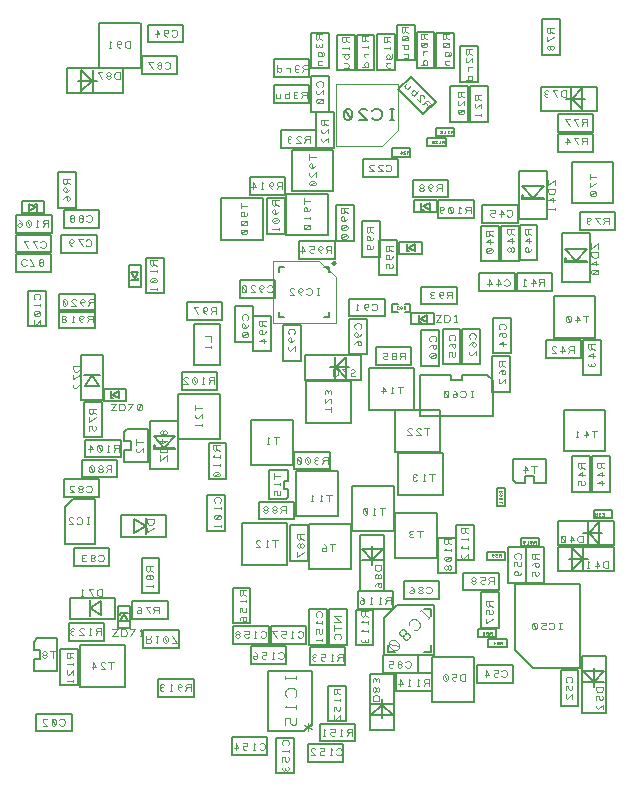
<source format=gbr>
G04 EasyPC Gerber Version 21.0.3 Build 4286 *
G04 #@! TF.Part,Single*
G04 #@! TF.FileFunction,Legend,Bot *
G04 #@! TF.FilePolarity,Positive *
%FSLAX35Y35*%
%MOIN*%
%ADD150C,0.00157*%
%ADD153C,0.00300*%
%ADD11C,0.00394*%
%ADD13C,0.00500*%
%ADD152C,0.00600*%
%ADD12C,0.00787*%
%ADD151C,0.00984*%
X0Y0D02*
D02*
D11*
X126175Y189941D02*
Y174508D01*
X105309*
Y195374*
X120742*
X126175Y189941*
X146864Y238780D02*
Y254114D01*
X126195*
Y233445*
X141530*
X146864Y238780*
D02*
D12*
X107474Y178248D02*
Y176673D01*
X109049*
Y193209D02*
X107474D01*
Y191634*
X122435Y176673D02*
X124010D01*
Y178248*
Y191634D02*
Y193209D01*
X122435*
D02*
D13*
X23719Y173488D02*
Y185331D01*
X29656*
Y173488*
X23719*
X23931Y211969D02*
X26293Y213150D01*
X23931Y214331*
Y211969*
X25514Y58445D02*
X33467D01*
Y69469*
X26608*
X25514Y68374*
Y65437*
X27789*
Y62484*
X25514*
Y58445*
X26474Y44386D02*
X38317D01*
Y38449*
X26474*
Y44386*
X26687Y211969D02*
Y214331D01*
X25900*
X29049Y215118D02*
X21569D01*
Y211181*
X29049*
Y215118*
X31427Y191520D02*
X19585D01*
Y197457*
X31427*
Y191520*
Y198094D02*
X19585D01*
Y204031*
X31427*
Y198094*
X31585Y204669D02*
X19742D01*
Y210606*
X31585*
Y204669*
X34152Y178835D02*
X45994D01*
Y172898*
X34152*
Y178835*
Y184346D02*
X45994D01*
Y178409*
X34152*
Y184346*
X34427Y54079D02*
Y65921D01*
X40364*
Y54079*
X34427*
X34742Y203835D02*
X46585D01*
Y197898*
X34742*
Y203835*
X35530Y212299D02*
X47372D01*
Y206362*
X35530*
Y212299*
X37711Y83071D02*
X52671D01*
Y75984*
X37711*
Y83071*
X39577Y224898D02*
Y213055D01*
X33640*
Y224898*
X39577*
X41451Y258937D02*
X44994Y255394D01*
X41451Y251850*
Y258937*
X42199Y157362D02*
Y157165D01*
X47711*
Y157362*
X42199*
X42459Y136441D02*
Y148283D01*
X48396*
Y136441*
X42459*
X42593Y153425D02*
X44955Y157362D01*
X47317Y153425*
X42593*
X42656Y135724D02*
X54498D01*
Y129787*
X42656*
Y135724*
X44207Y76772D02*
X44404D01*
Y82283*
X44207*
Y76772*
X45191Y258937D02*
Y251850D01*
X46766Y255394D02*
X40467D01*
X47411Y116559D02*
X35569D01*
Y122496*
X47411*
Y116559*
X48144Y77165D02*
X44207Y79528D01*
X48144Y81890*
Y77165*
X48498Y163858D02*
Y148898D01*
X41411*
Y163858*
X48498*
X48892Y148661D02*
X56372D01*
Y152598*
X48892*
Y148661*
X49144Y68606D02*
X37301D01*
Y74543*
X49144*
Y68606*
X50719Y93567D02*
X38876D01*
Y99504*
X50719*
Y93567*
X51254Y151811D02*
Y149449D01*
X52041*
X53396Y123094D02*
X41553D01*
Y129031*
X53396*
Y123094*
X53695Y80394D02*
Y72913D01*
X57632*
Y80394*
X53695*
X54010Y151811D02*
X51648Y150630D01*
X54010Y149449*
Y151811*
X55329Y251358D02*
X36628D01*
Y259429*
X55329*
Y251358*
X55593Y128287D02*
X63545D01*
Y139311*
X56687*
X55593Y138217*
Y135280*
X57868*
Y132327*
X55593*
Y128287*
X55998Y53236D02*
X40998D01*
Y67236*
X55998*
Y53336*
X56844Y75276D02*
X55663Y77638D01*
X54482Y75276*
X56844*
Y78031D02*
X54482D01*
Y77244*
X58026Y188819D02*
X60388D01*
Y189606*
X58026Y191575D02*
X59207Y189213D01*
X60388Y191575*
X58026*
X59089Y109291D02*
X63026Y106929D01*
X59089Y104567*
Y109291*
X61175Y186457D02*
Y193937D01*
X57238*
Y186457*
X61175*
X61246Y274429D02*
Y259429D01*
X47246*
Y274429*
X61146*
X62931Y184472D02*
Y196315D01*
X68868*
Y184472*
X62931*
X63026Y109685D02*
X62829D01*
Y104173*
X63026*
Y109685*
X63522Y274071D02*
X75364D01*
Y268134*
X63522*
Y274071*
X64451Y125945D02*
Y142087D01*
X73648*
Y125945*
X64451*
X65900Y133819D02*
Y133031D01*
X65506*
Y133819*
X65900*
X67451Y96354D02*
Y84512D01*
X61514*
Y96354*
X67451*
X69522Y103386D02*
X54561D01*
Y110472*
X69522*
Y103386*
X70167Y75929D02*
X58325D01*
Y81866*
X70167*
Y75929*
X72593Y133031D02*
Y132638D01*
X65506*
Y133031*
X72593*
Y136969D02*
X69049Y133031D01*
X65506Y136969*
X72593*
X73474Y257583D02*
X61632D01*
Y263520*
X73474*
Y257583*
X73821Y136083D02*
Y151083D01*
X87821*
Y136083*
X73921*
X73947Y66165D02*
X62104D01*
Y72102*
X73947*
Y66165*
X74900Y158165D02*
X86742D01*
Y152228*
X74900*
Y158165*
X76514Y181630D02*
X88356D01*
Y175693*
X76514*
Y181630*
X78829Y49945D02*
X66986D01*
Y55882*
X78829*
Y49945*
X78876Y160693D02*
Y174110D01*
X87569*
Y160693*
X78876*
X83482Y105339D02*
Y117181D01*
X89419*
Y105339*
X83482*
X89813Y134583D02*
Y122740D01*
X83876*
Y134583*
X89813*
X91632Y36512D02*
X103474D01*
Y30575*
X91632*
Y36512*
X91829Y74472D02*
Y86315D01*
X97766*
Y74472*
X91829*
X92026Y73520D02*
X103868D01*
Y67583*
X92026*
Y73520*
X94191Y188874D02*
X106033D01*
Y182937*
X94191*
Y188874*
X95073Y107866D02*
X110073D01*
Y93866*
X95073*
Y107766*
X97616Y223126D02*
X109459D01*
Y217189*
X97616*
Y223126*
X97931Y66827D02*
X109774D01*
Y60890*
X97931*
Y66827*
X98033Y127421D02*
Y142421D01*
X112033*
Y127421*
X98133*
X98632Y180213D02*
Y168370D01*
X92695*
Y180213*
X98632*
X101923Y216142D02*
Y202362D01*
X88144*
Y216142*
X101923*
X103246Y204394D02*
Y216236D01*
X109183*
Y204394*
X103246*
X103656Y38425D02*
Y58701D01*
X118222*
Y40984*
X115663Y38425*
X103656*
X104537Y177063D02*
Y165220D01*
X98600*
Y177063*
X104537*
X104624Y73520D02*
X116467D01*
Y67583*
X104624*
Y73520*
X105569Y262575D02*
X117411D01*
Y256638*
X105569*
Y262575*
X105648Y253913D02*
X117490D01*
Y247976*
X105648*
Y253913*
X106396Y24472D02*
Y36315D01*
X112333*
Y24472*
X106396*
X107931Y238874D02*
X119774D01*
Y232937*
X107931*
Y238874*
X108561Y162071D02*
Y173913D01*
X114498*
Y162071*
X108561*
X110427Y125591D02*
X104128D01*
Y115768*
X109581*
X110427Y116614*
Y119331*
X108852*
Y121969*
X110427*
Y125591*
X112341Y131709D02*
X124183D01*
Y125772*
X112341*
Y131709*
X112372Y109118D02*
X100530D01*
Y115055*
X112372*
Y109118*
X113112Y110098D02*
Y125098D01*
X127112*
Y110098*
X113212*
X115919Y163799D02*
X134620D01*
Y155728*
X115919*
Y163799*
X116829Y34346D02*
X128671D01*
Y28409*
X116829*
Y34346*
X116978Y107181D02*
Y95339D01*
X111041*
Y107181*
X116978*
X117970Y259433D02*
Y271276D01*
X123907*
Y259433*
X117970*
X123356Y79228D02*
Y67386D01*
X117419*
Y79228*
X123356*
X123498Y217559D02*
Y203780D01*
X109719*
Y217559*
X123498*
X123986Y256787D02*
Y244945D01*
X118049*
Y256787*
X123986*
X124112Y67386D02*
Y79228D01*
X130049*
Y67386*
X124112*
X124482Y159764D02*
X130781D01*
X125467Y232205D02*
Y218425D01*
X111687*
Y232205*
X125467*
X125719Y244898D02*
Y233055D01*
X119781*
Y244898*
X125719*
X125994Y196008D02*
X114152D01*
Y201945*
X125994*
Y196008*
X126057Y156220D02*
Y163307D01*
X126396Y202031D02*
Y213874D01*
X132333*
Y202031*
X126396*
X129459Y60496D02*
X117616D01*
Y66433*
X129459*
Y60496*
X129656Y53638D02*
Y41795D01*
X123719*
Y53638*
X129656*
X129797Y156220D02*
X126254Y159764D01*
X129797Y163307*
Y156220*
X130608Y164236D02*
Y176079D01*
X136545*
Y164236*
X130608*
X131431Y141346D02*
X116431D01*
Y155346*
X131431*
Y141446*
X131482Y107579D02*
Y92579D01*
X117482*
Y107579*
X131382*
X131498Y105256D02*
Y120256D01*
X145498*
Y105256*
X131598*
X132569Y270724D02*
Y258882D01*
X126632*
Y270724*
X132569*
X132805Y35102D02*
X120963D01*
Y41039*
X132805*
Y35102*
X132852Y67228D02*
Y79071D01*
X138789*
Y67228*
X132852*
X133522Y85173D02*
X145364D01*
Y79236*
X133522*
Y85173*
X134384Y85295D02*
Y103996D01*
X142455*
Y85295*
X134384*
X134939Y196717D02*
Y208559D01*
X140876*
Y196717*
X134939*
X137297Y159638D02*
X152297D01*
Y145638*
X137297*
Y159538*
X138104Y43780D02*
X141648Y47323D01*
X145191Y43780*
X138104*
Y47520D02*
X145191D01*
X138419Y93858D02*
Y100157D01*
X139104Y270724D02*
Y258882D01*
X133167*
Y270724*
X139104*
X140096Y259039D02*
Y270882D01*
X146033*
Y259039*
X140096*
X141648Y49094D02*
Y42795D01*
X141963Y95433D02*
X134876D01*
X141963Y99173D02*
X138419Y95630D01*
X134876Y99173*
X141963*
X142530Y176815D02*
X130687D01*
Y182752*
X142530*
Y176815*
X145683Y57657D02*
Y38957D01*
X137612*
Y57657*
X145683*
X146144Y96220D02*
Y111220D01*
X160144*
Y96220*
X146244*
X145592Y242276D02*
X144342D01*
X144967D02*
Y246026D01*
X145592D02*
X144342D01*
X138404Y242901D02*
X138717Y242589D01*
X139342Y242276*
X140280*
X140904Y242589*
X141217Y242901*
X141530Y243526*
Y244776*
X141217Y245401*
X140904Y245714*
X140280Y246026*
X139342*
X138717Y245714*
X138404Y245401*
X134030Y242276D02*
X136530D01*
X134342Y244464*
X134030Y245089*
X134342Y245714*
X134967Y246026*
X135904*
X136530Y245714*
X131217Y242589D02*
X130592Y242276D01*
X129967*
X129342Y242589*
X129030Y243214*
Y245089*
X129342Y245714*
X129967Y246026*
X130592*
X131217Y245714*
X131530Y245089*
Y243214*
X131217Y242589*
X129342Y245714*
X146722Y202378D02*
Y190535D01*
X140785*
Y202378*
X146722*
X147002Y178346D02*
X145033D01*
Y180906*
X147002*
X147018Y223252D02*
X135175D01*
Y229189*
X147018*
Y223252*
X147474Y197638D02*
X154955D01*
Y201575*
X147474*
Y197638*
X149167Y180906D02*
X151136D01*
Y178346*
X149167*
X149837Y200787D02*
Y198425D01*
X150624*
X151102Y230055D02*
X145000D01*
Y232811*
X151102*
Y230055*
X151213Y256680D02*
X159587Y248306D01*
X155389Y244108*
X147015Y252481*
X151213Y256680*
X151427Y160496D02*
X139585D01*
Y166433*
X151427*
Y160496*
X151490Y174094D02*
X158970D01*
Y178031*
X151490*
Y174094*
X151868Y222417D02*
X163711D01*
Y216480*
X151868*
Y222417*
X152435Y211496D02*
X159915D01*
Y215433*
X152435*
Y211496*
X152569Y274031D02*
Y262189D01*
X146632*
Y274031*
X152569*
X152593Y200787D02*
X150230Y199606D01*
X152593Y198425*
Y200787*
X153671Y57976D02*
X141829D01*
Y63913*
X153671*
Y57976*
X153852Y177244D02*
Y174882D01*
X154640*
X154703Y186709D02*
X166545D01*
Y180772*
X154703*
Y186709*
X154797Y214646D02*
Y212283D01*
X155585*
X156608Y177244D02*
X154246Y176063D01*
X156608Y174882*
Y177244*
X157553Y214646D02*
X155191Y213465D01*
X157553Y212283*
Y214646*
X158199Y51835D02*
X146356D01*
Y57772*
X158199*
Y51835*
X158270Y48287D02*
Y63287D01*
X172270*
Y48287*
X158370*
X158872Y80433D02*
Y63898D01*
X142337*
Y76102*
X146667Y80433*
X158872*
X159104Y271433D02*
Y259591D01*
X153167*
Y271433*
X159104*
X159703Y259512D02*
Y271354D01*
X165640*
Y259512*
X159703*
X160451Y215646D02*
X172293D01*
Y209709*
X160451*
Y215646*
X160758Y82740D02*
X148915D01*
Y88677*
X160758*
Y82740*
Y172142D02*
Y160299D01*
X154821*
Y172142*
X160758*
X160880Y131583D02*
X145880D01*
Y145583*
X160880*
Y131683*
X161844Y117409D02*
X146844D01*
Y131409*
X161844*
Y117509*
X162913Y233441D02*
X156811D01*
Y236196*
X162913*
Y233441*
X164467Y241598D02*
Y253441D01*
X170404*
Y241598*
X164467*
X165748Y236826D02*
X159645D01*
Y239582*
X165748*
Y236826*
X166348Y103047D02*
Y91205D01*
X160411*
Y103047*
X166348*
X166396Y95575D02*
Y107417D01*
X172333*
Y95575*
X166396*
X167766Y172693D02*
Y160850D01*
X161829*
Y172693*
X167766*
X168797Y91394D02*
X180640D01*
Y85457*
X168797*
Y91394*
X170963Y241598D02*
Y253441D01*
X176900*
Y241598*
X170963*
X173443Y60606D02*
X185285D01*
Y54669*
X173443*
Y60606*
X173671Y266866D02*
Y255024D01*
X167734*
Y266866*
X173671*
X174112Y191098D02*
X185955D01*
Y185161*
X174112*
Y191098*
X174341Y172693D02*
Y160850D01*
X168404*
Y172693*
X174341*
X174742Y73055D02*
Y84898D01*
X180679*
Y73055*
X174742*
X175096Y213874D02*
X186939D01*
Y207937*
X175096*
Y213874*
X176681Y98370D02*
X182784D01*
Y95615*
X176681*
Y98370*
X177154Y69237D02*
X183256D01*
Y66481*
X177154*
Y69237*
X178246Y151638D02*
Y163480D01*
X184183*
Y151638*
X178246*
X179606Y69819D02*
X173504D01*
Y72574*
X179606*
Y69819*
X179891Y113617D02*
Y119719D01*
X182647*
Y113617*
X179891*
X180640Y206984D02*
Y195142D01*
X174703*
Y206984*
X180640*
X181297Y195142D02*
Y206984D01*
X187234*
Y195142*
X181297*
X184577Y176276D02*
Y164433D01*
X178640*
Y176276*
X184577*
X186514Y191098D02*
X198356D01*
Y185161*
X186514*
Y191098*
X187364Y209252D02*
Y225394D01*
X196561*
Y209252*
X187364*
X187498Y195457D02*
Y207299D01*
X193435*
Y195457*
X187498*
X188813Y217126D02*
Y216339D01*
X188419*
Y217126*
X188813*
X189734Y99858D02*
Y88016D01*
X183797*
Y99858*
X189734*
X189781Y88016D02*
Y99858D01*
X195719*
Y88016*
X189781*
X193937Y100291D02*
X187834D01*
Y103047*
X193937*
Y100291*
X194502Y253406D02*
X213203D01*
Y245335*
X194502*
Y253406*
X195506Y216339D02*
Y215945D01*
X188419*
Y216339*
X195506*
Y220276D02*
X191963Y216339D01*
X188419Y220276*
X195506*
X196274Y121189D02*
Y129142D01*
X185250*
Y122283*
X186344Y121189*
X189281*
Y123465*
X192234*
Y121189*
X196274*
X200250Y108602D02*
X218951D01*
Y100531*
X200250*
Y108602*
X200293Y237693D02*
X212136D01*
Y231756*
X200293*
Y237693*
Y244228D02*
X212136D01*
Y238291*
X200293*
Y244228*
X200837Y275764D02*
Y263921D01*
X194900*
Y275764*
X200837*
X201695Y188307D02*
Y204449D01*
X210892*
Y188307*
X201695*
X202317Y131811D02*
Y145591D01*
X216096*
Y131811*
X202317*
X203065Y249370D02*
X209364D01*
X203144Y196181D02*
Y195394D01*
X202750*
Y196181*
X203144*
X204640Y245827D02*
Y252913D01*
X205057Y118409D02*
Y130252D01*
X210994*
Y118409*
X205057*
X205073Y99449D02*
X208616Y95906D01*
X205073Y92362*
Y99449*
X207136Y58913D02*
Y47071D01*
X201199*
Y58913*
X207136*
X207537Y211630D02*
X219380D01*
Y205693*
X207537*
Y211630*
X207770Y59528D02*
X191844D01*
X185919Y65453*
Y87461*
X207770*
Y59528*
X208002Y162858D02*
X196159D01*
Y168795*
X208002*
Y162858*
X208163Y44744D02*
Y63445D01*
X216234*
Y44744*
X208163*
X208380Y245827D02*
X204837Y249370D01*
X208380Y252913*
Y245827*
X208659Y157150D02*
Y168992D01*
X214596*
Y157150*
X208659*
X208813Y99449D02*
Y92362D01*
Y104567D02*
X215112D01*
X209837Y195394D02*
Y195000D01*
X202750*
Y195394*
X209837*
Y199331D02*
X206293Y195394D01*
X202750Y199331*
X209837*
X210388Y95906D02*
X204089D01*
X210388Y101024D02*
Y108110D01*
X212193Y112229D02*
X218296D01*
Y109473*
X212193*
Y112229*
X212199Y53307D02*
Y59606D01*
X212750Y183504D02*
Y169724D01*
X198970*
Y183504*
X212750*
X214128Y101024D02*
X210585Y104567D01*
X214128Y108110*
Y101024*
X215742Y54882D02*
X208656D01*
X215742Y58622D02*
X212199Y55079D01*
X208656Y58622*
X215742*
X217608Y130173D02*
Y118331D01*
X211671*
Y130173*
X217608*
X218616Y228268D02*
Y214488D01*
X204837*
Y228268*
X218616*
X218951Y91870D02*
X200250D01*
Y99941*
X218951*
Y91870*
D02*
D150*
X23218Y195534D02*
X23033Y195719D01*
X22664Y195903*
X22110*
X21741Y195719*
X21557Y195534*
X21372Y195165*
Y194427*
X21557Y194057*
X21741Y193873*
X22110Y193689*
X22664*
X23033Y193873*
X23218Y194057*
X24325Y195903D02*
X25801Y193689D01*
X24325*
X27831Y194796D02*
X28200D01*
X28569Y194611*
X28754Y194242*
X28569Y193873*
X28200Y193689*
X27831*
X27462Y193873*
X27278Y194242*
X27462Y194611*
X27831Y194796*
X27462Y194980*
X27278Y195349*
X27462Y195719*
X27831Y195903*
X28200*
X28569Y195719*
X28754Y195349*
X28569Y194980*
X28200Y194796*
X27418Y182564D02*
X27602Y182748D01*
X27787Y183118*
Y183671*
X27602Y184040*
X27418Y184225*
X27049Y184409*
X26311*
X25941Y184225*
X25757Y184040*
X25572Y183671*
Y183118*
X25757Y182748*
X25941Y182564*
X27787Y181087D02*
Y180349D01*
Y180719D02*
X25572D01*
X25941Y181087*
X27602Y178319D02*
X27787Y177950D01*
Y177581*
X27602Y177212*
X27233Y177028*
X26126*
X25757Y177212*
X25572Y177581*
Y177950*
X25757Y178319*
X26126Y178504*
X27233*
X27602Y178319*
X25757Y177212*
X27787Y174075D02*
Y175551D01*
X26495Y174259*
X26126Y174075*
X25757Y174259*
X25572Y174628*
Y175182*
X25757Y175551*
X27794Y200017D02*
X27979Y199833D01*
X28348Y199648*
X28902*
X29270Y199833*
X29455Y200017*
X29640Y200386*
Y201124*
X29455Y201494*
X29270Y201678*
X28902Y201863*
X28348*
X27979Y201678*
X27794Y201494*
X26687Y199648D02*
X25211Y201863D01*
X26687*
X23734Y199648D02*
X22258Y201863D01*
X23734*
X30467Y206695D02*
Y208910D01*
X29175*
X28806Y208726*
X28621Y208356*
X28806Y207987*
X29175Y207803*
X30467*
X29175D02*
X28621Y206695D01*
X27144D02*
X26406D01*
X26776D02*
Y208910D01*
X27144Y208541*
X24376Y206880D02*
X24007Y206695D01*
X23638*
X23269Y206880*
X23085Y207249*
Y208356*
X23269Y208726*
X23638Y208910*
X24007*
X24376Y208726*
X24561Y208356*
Y207249*
X24376Y206880*
X23269Y208726*
X21608Y207249D02*
X21424Y207618D01*
X21055Y207803*
X20685*
X20317Y207618*
X20132Y207249*
X20317Y206880*
X20685Y206695*
X21055*
X21424Y206880*
X21608Y207249*
Y207803*
X21424Y208356*
X21055Y208726*
X20685Y208910*
X31985Y62916D02*
Y65130D01*
X32907D02*
X31062D01*
X29401Y64023D02*
X29032D01*
X28663Y64208*
X28478Y64577*
X28663Y64946*
X29032Y65130*
X29401*
X29770Y64946*
X29955Y64577*
X29770Y64208*
X29401Y64023*
X29770Y63839*
X29955Y63470*
X29770Y63100*
X29401Y62916*
X29032*
X28663Y63100*
X28478Y63470*
X28663Y63839*
X29032Y64023*
X34093Y40765D02*
X34278Y40581D01*
X34647Y40396*
X35201*
X35570Y40581*
X35754Y40765*
X35939Y41134*
Y41872*
X35754Y42242*
X35570Y42426*
X35201Y42611*
X34647*
X34278Y42426*
X34093Y42242*
X32802Y40581D02*
X32433Y40396D01*
X32063*
X31694Y40581*
X31510Y40950*
Y42057*
X31694Y42426*
X32063Y42611*
X32433*
X32802Y42426*
X32986Y42057*
Y40950*
X32802Y40581*
X31694Y42426*
X28557Y40396D02*
X30033D01*
X28742Y41688*
X28557Y42057*
X28742Y42426*
X29111Y42611*
X29664*
X30033Y42426*
X37630Y222717D02*
X35415D01*
Y221425*
X35599Y221056*
X35969Y220871*
X36337Y221056*
X36522Y221425*
Y222717*
Y221425D02*
X37630Y220871D01*
Y219210D02*
X37445Y218841D01*
X37076Y218472*
X36522Y218287*
X35969*
X35599Y218472*
X35415Y218841*
Y219210*
X35599Y219579*
X35969Y219764*
X36337Y219579*
X36522Y219210*
Y218841*
X36337Y218472*
X35969Y218287*
X37076Y216811D02*
X36707Y216626D01*
X36522Y216257*
Y215888*
X36707Y215519*
X37076Y215335*
X37445Y215519*
X37630Y215888*
Y216257*
X37445Y216626*
X37076Y216811*
X36522*
X35969Y216626*
X35599Y216257*
X35415Y215888*
X38811Y64724D02*
X36596D01*
Y63433*
X36780Y63063*
X37150Y62879*
X37519Y63063*
X37703Y63433*
Y64724*
Y63433D02*
X38811Y62879D01*
Y61402D02*
Y60664D01*
Y61033D02*
X36596D01*
X36965Y61402*
X38811Y57343D02*
Y58819D01*
X37519Y57527*
X37150Y57343*
X36780Y57527*
X36596Y57896*
Y58450*
X36780Y58819*
X38811Y55497D02*
Y54759D01*
Y55128D02*
X36596D01*
X36965Y55497*
X40858Y160236D02*
X38643D01*
Y159129*
X38828Y158760*
X39012Y158575*
X39381Y158391*
X40120*
X40489Y158575*
X40673Y158760*
X40858Y159129*
Y160236*
Y157283D02*
X38643Y155807D01*
Y157283*
X40858Y152854D02*
Y154331D01*
X39566Y153039*
X39197Y152854*
X38828Y153039*
X38643Y153408*
Y153961*
X38828Y154331*
X44086Y107561D02*
X43348D01*
X43717D02*
Y109776D01*
X44086D02*
X43348D01*
X39841Y107931D02*
X40026Y107746D01*
X40395Y107561*
X40949*
X41318Y107746*
X41502Y107931*
X41687Y108300*
Y109038*
X41502Y109407*
X41318Y109592*
X40949Y109776*
X40395*
X40026Y109592*
X39841Y109407*
X37258Y107561D02*
X38734D01*
X37443Y108854*
X37258Y109222*
X37443Y109592*
X37811Y109776*
X38365*
X38734Y109592*
X42952Y200608D02*
X43136Y200423D01*
X43506Y200239*
X44059*
X44428Y200423*
X44613Y200608*
X44797Y200977*
Y201715*
X44613Y202084*
X44428Y202269*
X44059Y202453*
X43506*
X43136Y202269*
X42952Y202084*
X41844Y200239D02*
X40368Y202453D01*
X41844*
X38338Y200239D02*
X37969Y200423D01*
X37600Y200793*
X37415Y201346*
Y201900*
X37600Y202269*
X37969Y202453*
X38338*
X38707Y202269*
X38892Y201900*
X38707Y201531*
X38338Y201346*
X37969*
X37600Y201531*
X37415Y201900*
X43030Y118482D02*
X43215Y118297D01*
X43584Y118113*
X44138*
X44507Y118297*
X44691Y118482*
X44876Y118851*
Y119589*
X44691Y119958*
X44507Y120143*
X44138Y120327*
X43584*
X43215Y120143*
X43030Y119958*
X41370Y119220D02*
X41000D01*
X40631Y119405*
X40447Y119774*
X40631Y120143*
X41000Y120327*
X41370*
X41739Y120143*
X41923Y119774*
X41739Y119405*
X41370Y119220*
X41739Y119035*
X41923Y118667*
X41739Y118297*
X41370Y118113*
X41000*
X40631Y118297*
X40447Y118667*
X40631Y119035*
X41000Y119220*
X37494Y118113D02*
X38970D01*
X37679Y119405*
X37494Y119774*
X37679Y120143*
X38048Y120327*
X38601*
X38970Y120143*
X43148Y210180D02*
X43333Y210364D01*
X43702Y210549*
X44256*
X44625Y210364*
X44809Y210180*
X44994Y209811*
Y209072*
X44809Y208703*
X44625Y208519*
X44256Y208334*
X43702*
X43333Y208519*
X43148Y208703*
X41488Y209441D02*
X41119D01*
X40750Y209257*
X40565Y208888*
X40750Y208519*
X41119Y208334*
X41488*
X41857Y208519*
X42041Y208888*
X41857Y209257*
X41488Y209441*
X41857Y209626*
X42041Y209995*
X41857Y210364*
X41488Y210549*
X41119*
X40750Y210364*
X40565Y209995*
X40750Y209626*
X41119Y209441*
X38535D02*
X38166D01*
X37797Y209257*
X37612Y208888*
X37797Y208519*
X38166Y208334*
X38535*
X38904Y208519*
X39089Y208888*
X38904Y209257*
X38535Y209441*
X38904Y209626*
X39089Y209995*
X38904Y210364*
X38535Y210549*
X38166*
X37797Y210364*
X37612Y209995*
X37797Y209626*
X38166Y209441*
X45191Y174845D02*
Y177059D01*
X43899*
X43530Y176875*
X43345Y176506*
X43530Y176137*
X43899Y175952*
X45191*
X43899D02*
X43345Y174845D01*
X41685D02*
X41315Y175030D01*
X40946Y175399*
X40762Y175952*
Y176506*
X40946Y176875*
X41315Y177059*
X41685*
X42054Y176875*
X42238Y176506*
X42054Y176137*
X41685Y175952*
X41315*
X40946Y176137*
X40762Y176506*
X38916Y174845D02*
X38178D01*
X38547D02*
Y177059D01*
X38916Y176691*
X35779Y175952D02*
X35410D01*
X35041Y176137*
X34856Y176506*
X35041Y176875*
X35410Y177059*
X35779*
X36148Y176875*
X36333Y176506*
X36148Y176137*
X35779Y175952*
X36148Y175768*
X36333Y175399*
X36148Y175030*
X35779Y174845*
X35410*
X35041Y175030*
X34856Y175399*
X35041Y175768*
X35410Y175952*
X45506Y180357D02*
Y182571D01*
X44214*
X43845Y182387*
X43660Y182018*
X43845Y181649*
X44214Y181464*
X45506*
X44214D02*
X43660Y180357D01*
X42000D02*
X41630Y180541D01*
X41261Y180911*
X41077Y181464*
Y182018*
X41261Y182387*
X41630Y182571*
X42000*
X42369Y182387*
X42553Y182018*
X42369Y181649*
X42000Y181464*
X41630*
X41261Y181649*
X41077Y182018*
X38124Y180357D02*
X39600D01*
X38309Y181649*
X38124Y182018*
X38309Y182387*
X38678Y182571*
X39231*
X39600Y182387*
X36463Y180541D02*
X36094Y180357D01*
X35725*
X35356Y180541*
X35171Y180911*
Y182018*
X35356Y182387*
X35725Y182571*
X36094*
X36463Y182387*
X36648Y182018*
Y180911*
X36463Y180541*
X35356Y182387*
X46291Y146063D02*
X44076D01*
Y144771*
X44261Y144402*
X44630Y144217*
X44999Y144402*
X45183Y144771*
Y146063*
Y144771D02*
X46291Y144217D01*
Y143110D02*
X44076Y141634D01*
Y143110*
X46106Y140157D02*
X46291Y139788D01*
Y139235*
X46106Y138866*
X45737Y138681*
X45553*
X45183Y138866*
X44999Y139235*
Y140157*
X44076*
Y138681*
X48104Y70711D02*
Y72926D01*
X46813*
X46443Y72741*
X46259Y72372*
X46443Y72003*
X46813Y71819*
X48104*
X46813D02*
X46259Y70711D01*
X44782D02*
X44044D01*
X44413D02*
Y72926D01*
X44782Y72557*
X40722Y70711D02*
X42199D01*
X40907Y72003*
X40722Y72372*
X40907Y72741*
X41276Y72926*
X41830*
X42199Y72741*
X39061Y70896D02*
X38693Y70711D01*
X38323*
X37954Y70896*
X37770Y71265*
X37954Y71634*
X38323Y71819*
X38693*
X38323D02*
X37954Y72003D01*
X37770Y72372*
X37954Y72741*
X38323Y72926*
X38693*
X39061Y72741*
X48341Y83624D02*
Y85839D01*
X47233*
X46864Y85655*
X46680Y85470*
X46495Y85101*
Y84363*
X46680Y83994*
X46864Y83809*
X47233Y83624*
X48341*
X45388D02*
X43911Y85839D01*
X45388*
X42066Y83624D02*
X41328D01*
X41697D02*
Y85839D01*
X42066Y85470*
X47085Y95490D02*
X47270Y95305D01*
X47639Y95120*
X48193*
X48562Y95305*
X48746Y95490*
X48931Y95859*
Y96597*
X48746Y96966*
X48562Y97151*
X48193Y97335*
X47639*
X47270Y97151*
X47085Y96966*
X45425Y96228D02*
X45056D01*
X44687Y96413*
X44502Y96781*
X44687Y97151*
X45056Y97335*
X45425*
X45794Y97151*
X45978Y96781*
X45794Y96413*
X45425Y96228*
X45794Y96043*
X45978Y95674*
X45794Y95305*
X45425Y95120*
X45056*
X44687Y95305*
X44502Y95674*
X44687Y96043*
X45056Y96228*
X42841Y95305D02*
X42472Y95120D01*
X42103*
X41734Y95305*
X41549Y95674*
X41734Y96043*
X42103Y96228*
X42472*
X42103D02*
X41734Y96413D01*
X41549Y96781*
X41734Y97151*
X42103Y97335*
X42472*
X42841Y97151*
X51175Y147650D02*
X53021D01*
X51175Y145435*
X53021*
X54128D02*
Y147650D01*
X55235*
X55604Y147466*
X55789Y147281*
X55974Y146912*
Y146174*
X55789Y145805*
X55604Y145620*
X55235Y145435*
X54128*
X57081D02*
X58557Y147650D01*
X57081*
X60218Y145620D02*
X60587Y145435D01*
X60956*
X61325Y145620*
X61510Y145989*
Y147096*
X61325Y147466*
X60956Y147650*
X60587*
X60218Y147466*
X60033Y147096*
Y145989*
X60218Y145620*
X61325Y147466*
X51490Y124884D02*
Y127099D01*
X50198*
X49829Y126915*
X49644Y126545*
X49829Y126176*
X50198Y125992*
X51490*
X50198D02*
X49644Y124884D01*
X47984Y125992D02*
X47615D01*
X47246Y126176*
X47061Y126545*
X47246Y126915*
X47615Y127099*
X47984*
X48353Y126915*
X48537Y126545*
X48353Y126176*
X47984Y125992*
X48353Y125807*
X48537Y125438*
X48353Y125069*
X47984Y124884*
X47615*
X47246Y125069*
X47061Y125438*
X47246Y125807*
X47615Y125992*
X45400Y125069D02*
X45031Y124884D01*
X44662*
X44293Y125069*
X44108Y125438*
Y126545*
X44293Y126915*
X44662Y127099*
X45031*
X45400Y126915*
X45585Y126545*
Y125438*
X45400Y125069*
X44293Y126915*
X51805Y72453D02*
X53651D01*
X51805Y70239*
X53651*
X54758D02*
Y72453D01*
X55865*
X56234Y72269*
X56419Y72084*
X56604Y71715*
Y70977*
X56419Y70608*
X56234Y70423*
X55865Y70239*
X54758*
X57711D02*
X59187Y72453D01*
X57711*
X61033Y70239D02*
X61771D01*
X61402D02*
Y72453D01*
X61033Y72084*
X51355Y59215D02*
Y61430D01*
X52278D02*
X50432D01*
X47848Y59215D02*
X49325D01*
X48033Y60507*
X47848Y60876*
X48033Y61245*
X48402Y61430*
X48956*
X49325Y61245*
X45449Y59215D02*
Y61430D01*
X46372Y59953*
X44896*
X54089Y131735D02*
Y133949D01*
X52797*
X52428Y133765*
X52243Y133396*
X52428Y133027*
X52797Y132842*
X54089*
X52797D02*
X52243Y131735D01*
X50767D02*
X50028D01*
X50398D02*
Y133949D01*
X50767Y133580*
X47998Y131919D02*
X47630Y131735D01*
X47260*
X46891Y131919*
X46707Y132289*
Y133396*
X46891Y133765*
X47260Y133949*
X47630*
X47998Y133765*
X48183Y133396*
Y132289*
X47998Y131919*
X46891Y133765*
X44307Y131735D02*
Y133949D01*
X45230Y132473*
X43754*
X54246Y255947D02*
Y258162D01*
X53139*
X52770Y257978*
X52585Y257793*
X52400Y257424*
Y256685*
X52585Y256317*
X52770Y256132*
X53139Y255947*
X54246*
X50740Y257055D02*
X50370D01*
X50002Y257239*
X49817Y257608*
X50002Y257978*
X50370Y258162*
X50740*
X51109Y257978*
X51293Y257608*
X51109Y257239*
X50740Y257055*
X51109Y256870*
X51293Y256501*
X51109Y256132*
X50740Y255947*
X50370*
X50002Y256132*
X49817Y256501*
X50002Y256870*
X50370Y257055*
X48341Y255947D02*
X46864Y258162D01*
X48341*
X57691Y266361D02*
Y268575D01*
X56583*
X56215Y268391*
X56030Y268206*
X55845Y267837*
Y267099*
X56030Y266730*
X56215Y266545*
X56583Y266361*
X57691*
X54185D02*
X53815Y266545D01*
X53446Y266915*
X53262Y267468*
Y268022*
X53446Y268391*
X53815Y268575*
X54185*
X54554Y268391*
X54738Y268022*
X54554Y267653*
X54185Y267468*
X53815*
X53446Y267653*
X53262Y268022*
X51416Y266361D02*
X50678D01*
X51047D02*
Y268575D01*
X51416Y268206*
X61960Y134983D02*
X59746D01*
Y135906D02*
Y134060D01*
X61960Y131476D02*
Y132953D01*
X60668Y131661*
X60299Y131476*
X59930Y131661*
X59746Y132030*
Y132583*
X59930Y132953*
X62907Y70254D02*
Y68039D01*
X64199*
X64569Y68223*
X64753Y68593*
X64569Y68961*
X64199Y69146*
X62907*
X64199D02*
X64753Y70254D01*
X66230D02*
X66968D01*
X66598D02*
Y68039D01*
X66230Y68408*
X68998Y70069D02*
X69367Y70254D01*
X69736*
X70105Y70069*
X70289Y69700*
Y68593*
X70105Y68223*
X69736Y68039*
X69367*
X68998Y68223*
X68813Y68593*
Y69700*
X68998Y70069*
X70105Y68223*
X71766Y70254D02*
X73242Y68039D01*
X71766*
X65307Y93583D02*
X63092D01*
Y92291*
X63276Y91922*
X63646Y91737*
X64015Y91922*
X64199Y92291*
Y93583*
Y92291D02*
X65307Y91737D01*
X64199Y90076D02*
Y89707D01*
X64015Y89338*
X63646Y89154*
X63276Y89338*
X63092Y89707*
Y90076*
X63276Y90445*
X63646Y90630*
X64015Y90445*
X64199Y90076*
X64384Y90445*
X64753Y90630*
X65122Y90445*
X65307Y90076*
Y89707*
X65122Y89338*
X64753Y89154*
X64384Y89338*
X64199Y89707*
X65307Y87308D02*
Y86570D01*
Y86939D02*
X63092D01*
X63461Y87308*
X65582Y109213D02*
X63368D01*
Y108105*
X63552Y107736*
X63737Y107552*
X64106Y107367*
X64844*
X65213Y107552*
X65398Y107736*
X65582Y108105*
Y109213*
Y106260D02*
X63368Y104783D01*
Y106260*
X66527Y195512D02*
X64313D01*
Y194220*
X64497Y193851*
X64866Y193666*
X65235Y193851*
X65420Y194220*
Y195512*
Y194220D02*
X66527Y193666D01*
Y192190D02*
Y191452D01*
Y191821D02*
X64313D01*
X64681Y192190*
X66343Y189422D02*
X66527Y189053D01*
Y188683*
X66343Y188315*
X65973Y188130*
X64866*
X64497Y188315*
X64313Y188683*
Y189053*
X64497Y189422*
X64866Y189606*
X65973*
X66343Y189422*
X64497Y188315*
X66527Y186284D02*
Y185546D01*
Y185915D02*
X64313D01*
X64681Y186284*
X69928Y128583D02*
Y130428D01*
X67713Y128583*
Y130428*
Y131535D02*
X69928D01*
Y132643*
X69743Y133012*
X69559Y133196*
X69189Y133381*
X68451*
X68082Y133196*
X67898Y133012*
X67713Y132643*
Y131535*
Y135411D02*
X69928D01*
X68451Y134488*
Y135965*
X68820Y137994D02*
Y138364D01*
X69005Y138733*
X69374Y138917*
X69743Y138733*
X69928Y138364*
Y137994*
X69743Y137626*
X69374Y137441*
X69005Y137626*
X68820Y137994*
X68636Y137626*
X68267Y137441*
X67898Y137626*
X67713Y137994*
Y138364*
X67898Y138733*
X68267Y138917*
X68636Y138733*
X68820Y138364*
X67317Y77798D02*
Y80012D01*
X66025*
X65656Y79828*
X65471Y79459*
X65656Y79090*
X66025Y78905*
X67317*
X66025D02*
X65471Y77798D01*
X64364D02*
X62888Y80012D01*
X64364*
X61411Y78352D02*
X61227Y78720D01*
X60858Y78905*
X60489*
X60120Y78720*
X59935Y78352*
X60120Y77982*
X60489Y77798*
X60858*
X61227Y77982*
X61411Y78352*
Y78905*
X61227Y79459*
X60858Y79828*
X60489Y80012*
X69251Y259702D02*
X69435Y259518D01*
X69805Y259333*
X70358*
X70727Y259518*
X70912Y259702*
X71096Y260071*
Y260809*
X70912Y261179*
X70727Y261363*
X70358Y261548*
X69805*
X69435Y261363*
X69251Y261179*
X67590Y260441D02*
X67221D01*
X66852Y260625*
X66667Y260994*
X66852Y261363*
X67221Y261548*
X67590*
X67959Y261363*
X68144Y260994*
X67959Y260625*
X67590Y260441*
X67959Y260256*
X68144Y259887*
X67959Y259518*
X67590Y259333*
X67221*
X66852Y259518*
X66667Y259887*
X66852Y260256*
X67221Y260441*
X65191Y259333D02*
X63715Y261548D01*
X65191*
X71534Y270450D02*
X71719Y270266D01*
X72088Y270081*
X72642*
X73011Y270266*
X73195Y270450*
X73380Y270819*
Y271557*
X73195Y271927*
X73011Y272111*
X72642Y272296*
X72088*
X71719Y272111*
X71534Y271927*
X69874Y270081D02*
X69504Y270266D01*
X69135Y270635*
X68951Y271189*
Y271742*
X69135Y272111*
X69504Y272296*
X69874*
X70243Y272111*
X70427Y271742*
X70243Y271373*
X69874Y271189*
X69504*
X69135Y271373*
X68951Y271742*
X66552Y270081D02*
Y272296D01*
X67474Y270819*
X65998*
X77947Y52050D02*
Y54264D01*
X76655*
X76286Y54080*
X76101Y53711*
X76286Y53342*
X76655Y53157*
X77947*
X76655D02*
X76101Y52050D01*
X74441D02*
X74071Y52234D01*
X73702Y52604*
X73518Y53157*
Y53711*
X73702Y54080*
X74071Y54264*
X74441*
X74809Y54080*
X74994Y53711*
X74809Y53342*
X74441Y53157*
X74071*
X73702Y53342*
X73518Y53711*
X71672Y52050D02*
X70934D01*
X71303D02*
Y54264D01*
X71672Y53895*
X68904Y52234D02*
X68535Y52050D01*
X68166*
X67797Y52234*
X67612Y52604*
X67797Y52972*
X68166Y53157*
X68535*
X68166D02*
X67797Y53342D01*
X67612Y53711*
X67797Y54080*
X68166Y54264*
X68535*
X68904Y54080*
X81645Y146400D02*
X79431D01*
Y147323D02*
Y145477D01*
X81645Y142894D02*
Y144370D01*
X80353Y143078*
X79984Y142894*
X79615Y143078*
X79431Y143447*
Y144001*
X79615Y144370*
X81645Y141048D02*
Y140310D01*
Y140679D02*
X79431D01*
X79800Y141048*
X82521Y170157D02*
X84736D01*
Y168312*
Y166835D02*
Y166097D01*
Y166467D02*
X82521D01*
X82890Y166835*
X85742Y154372D02*
Y156587D01*
X84450*
X84081Y156403*
X83896Y156033*
X84081Y155665*
X84450Y155480*
X85742*
X84450D02*
X83896Y154372D01*
X82420D02*
X81682D01*
X82051D02*
Y156587D01*
X82420Y156218*
X79652Y154557D02*
X79283Y154372D01*
X78914*
X78545Y154557*
X78360Y154926*
Y156033*
X78545Y156403*
X78914Y156587*
X79283*
X79652Y156403*
X79837Y156033*
Y154926*
X79652Y154557*
X78545Y156403*
X75407Y154372D02*
X76884D01*
X75592Y155665*
X75407Y156033*
X75592Y156403*
X75961Y156587*
X76515*
X76884Y156403*
X86372Y177640D02*
Y179855D01*
X85080*
X84711Y179670*
X84526Y179301*
X84711Y178932*
X85080Y178748*
X86372*
X85080D02*
X84526Y177640D01*
X82866D02*
X82496Y177825D01*
X82128Y178194*
X81943Y178748*
Y179301*
X82128Y179670*
X82496Y179855*
X82866*
X83235Y179670*
X83419Y179301*
X83235Y178932*
X82866Y178748*
X82496*
X82128Y178932*
X81943Y179301*
X80467Y177640D02*
X78990Y179855D01*
X80467*
X87551Y133780D02*
X85336D01*
Y132488*
X85520Y132119*
X85890Y131934*
X86259Y132119*
X86443Y132488*
Y133780*
Y132488D02*
X87551Y131934D01*
Y130457D02*
Y129719D01*
Y130089D02*
X85336D01*
X85705Y130457*
X87551Y127505D02*
Y126767D01*
Y127136D02*
X85336D01*
X85705Y127505*
X87366Y124737D02*
X87551Y124368D01*
Y123998*
X87366Y123630*
X86997Y123445*
X85890*
X85520Y123630*
X85336Y123998*
Y124368*
X85520Y124737*
X85890Y124921*
X86997*
X87366Y124737*
X85520Y123630*
X87575Y114690D02*
X87760Y114874D01*
X87944Y115244*
Y115797*
X87760Y116166*
X87575Y116351*
X87206Y116535*
X86468*
X86099Y116351*
X85914Y116166*
X85730Y115797*
Y115244*
X85914Y114874*
X86099Y114690*
X87944Y113213D02*
Y112475D01*
Y112844D02*
X85730D01*
X86099Y113213*
X87760Y110445D02*
X87944Y110076D01*
Y109707*
X87760Y109338*
X87391Y109154*
X86283*
X85914Y109338*
X85730Y109707*
Y110076*
X85914Y110445*
X86283Y110630*
X87391*
X87760Y110445*
X85914Y109338*
X87944Y107308D02*
Y106570D01*
Y106939D02*
X85730D01*
X86099Y107308*
X96409Y85512D02*
X94194D01*
Y84220*
X94379Y83851*
X94748Y83666*
X95117Y83851*
X95302Y84220*
Y85512*
Y84220D02*
X96409Y83666D01*
Y82190D02*
Y81452D01*
Y81821D02*
X94194D01*
X94563Y82190*
X96224Y79606D02*
X96409Y79237D01*
Y78683*
X96224Y78315*
X95855Y78130*
X95671*
X95302Y78315*
X95117Y78683*
Y79606*
X94194*
Y78130*
X95855Y76654D02*
X95486Y76469D01*
X95302Y76100*
Y75731*
X95486Y75362*
X95855Y75177*
X96224Y75362*
X96409Y75731*
Y76100*
X96224Y76469*
X95855Y76654*
X95302*
X94748Y76469*
X94379Y76100*
X94194Y75731*
X96803Y213683D02*
X94588D01*
Y214606D02*
Y212761D01*
X96803Y211100D02*
X96618Y210731D01*
X96249Y210362*
X95695Y210177*
X95142*
X94772Y210362*
X94588Y210731*
Y211100*
X94772Y211469*
X95142Y211654*
X95511Y211469*
X95695Y211100*
Y210731*
X95511Y210362*
X95142Y210177*
X96618Y208516D02*
X96803Y208147D01*
Y207778*
X96618Y207409*
X96249Y207224*
X95142*
X94772Y207409*
X94588Y207778*
Y208147*
X94772Y208516*
X95142Y208701*
X96249*
X96618Y208516*
X94772Y207409*
X96618Y205563D02*
X96803Y205194D01*
Y204825*
X96618Y204456*
X96249Y204272*
X95142*
X94772Y204456*
X94588Y204825*
Y205194*
X94772Y205563*
X95142Y205748*
X96249*
X96618Y205563*
X94772Y204456*
X96709Y175595D02*
X96894Y175780D01*
X97078Y176149*
Y176703*
X96894Y177072*
X96709Y177256*
X96340Y177441*
X95602*
X95233Y177256*
X95048Y177072*
X94864Y176703*
Y176149*
X95048Y175780*
X95233Y175595*
X97078Y173935D02*
X96894Y173565D01*
X96524Y173196*
X95971Y173012*
X95417*
X95048Y173196*
X94864Y173565*
Y173935*
X95048Y174304*
X95417Y174488*
X95786Y174304*
X95971Y173935*
Y173565*
X95786Y173196*
X95417Y173012*
X96894Y171351D02*
X97078Y170982D01*
Y170613*
X96894Y170244*
X96524Y170059*
X95417*
X95048Y170244*
X94864Y170613*
Y170982*
X95048Y171351*
X95417Y171535*
X96524*
X96894Y171351*
X95048Y170244*
X100826Y32694D02*
X101010Y32510D01*
X101380Y32325*
X101933*
X102302Y32510*
X102487Y32694*
X102671Y33063*
Y33802*
X102487Y34171*
X102302Y34356*
X101933Y34540*
X101380*
X101010Y34356*
X100826Y34171*
X99349Y32325D02*
X98611D01*
X98980D02*
Y34540D01*
X99349Y34171*
X96766Y32510D02*
X96396Y32325D01*
X95843*
X95474Y32510*
X95289Y32879*
Y33063*
X95474Y33433*
X95843Y33617*
X96766*
Y34540*
X95289*
X92890Y32325D02*
Y34540D01*
X93813Y33063*
X92337*
X101219Y70096D02*
X101404Y69911D01*
X101773Y69727*
X102327*
X102696Y69911*
X102880Y70096*
X103065Y70465*
Y71203*
X102880Y71572*
X102696Y71757*
X102327Y71941*
X101773*
X101404Y71757*
X101219Y71572*
X99743Y69727D02*
X99005D01*
X99374D02*
Y71941D01*
X99743Y71572*
X97159Y69911D02*
X96790Y69727D01*
X96237*
X95868Y69911*
X95683Y70281*
Y70465*
X95868Y70834*
X96237Y71019*
X97159*
Y71941*
X95683*
X93653Y70834D02*
X93284D01*
X92915Y71019*
X92730Y71388*
X92915Y71757*
X93284Y71941*
X93653*
X94022Y71757*
X94207Y71388*
X94022Y71019*
X93653Y70834*
X94022Y70650*
X94207Y70281*
X94022Y69911*
X93653Y69727*
X93284*
X92915Y69911*
X92730Y70281*
X92915Y70650*
X93284Y70834*
X102905Y175276D02*
X100691D01*
Y173984*
X100875Y173615*
X101244Y173430*
X101613Y173615*
X101798Y173984*
Y175276*
Y173984D02*
X102905Y173430D01*
Y171769D02*
X102720Y171400D01*
X102351Y171031*
X101798Y170846*
X101244*
X100875Y171031*
X100691Y171400*
Y171769*
X100875Y172138*
X101244Y172323*
X101613Y172138*
X101798Y171769*
Y171400*
X101613Y171031*
X101244Y170846*
X102905Y168447D02*
X100691D01*
X102167Y169370*
Y167894*
X103385Y185254D02*
X103569Y185069D01*
X103939Y184884*
X104492*
X104861Y185069*
X105046Y185254*
X105230Y185622*
Y186361*
X105046Y186730*
X104861Y186915*
X104492Y187099*
X103939*
X103569Y186915*
X103385Y186730*
X101724Y184884D02*
X101355Y185069D01*
X100986Y185438*
X100801Y185992*
Y186545*
X100986Y186915*
X101355Y187099*
X101724*
X102093Y186915*
X102278Y186545*
X102093Y186176*
X101724Y185992*
X101355*
X100986Y186176*
X100801Y186545*
X97848Y184884D02*
X99325D01*
X98033Y186176*
X97848Y186545*
X98033Y186915*
X98402Y187099*
X98956*
X99325Y186915*
X96187Y185069D02*
X95819Y184884D01*
X95449*
X95080Y185069*
X94896Y185438*
Y186545*
X95080Y186915*
X95449Y187099*
X95819*
X96187Y186915*
X96372Y186545*
Y185438*
X96187Y185069*
X95080Y186915*
X106079Y99943D02*
Y102158D01*
X107002D02*
X105156D01*
X103680Y99943D02*
X102942D01*
X103311D02*
Y102158D01*
X103680Y101789*
X99620Y99943D02*
X101096D01*
X99805Y101235*
X99620Y101604*
X99805Y101974*
X100174Y102158*
X100727*
X101096Y101974*
X106473Y134392D02*
Y136607D01*
X107396D02*
X105550D01*
X104074Y134392D02*
X103335D01*
X103705D02*
Y136607D01*
X104074Y136238*
X107236Y215433D02*
X105021D01*
Y214141*
X105206Y213772*
X105575Y213587*
X105944Y213772*
X106128Y214141*
Y215433*
Y214141D02*
X107236Y213587D01*
Y211927D02*
X107051Y211557D01*
X106682Y211189*
X106128Y211004*
X105575*
X105206Y211189*
X105021Y211557*
Y211927*
X105206Y212296*
X105575Y212480*
X105944Y212296*
X106128Y211927*
Y211557*
X105944Y211189*
X105575Y211004*
X107051Y209343D02*
X107236Y208974D01*
Y208605*
X107051Y208236*
X106682Y208051*
X105575*
X105206Y208236*
X105021Y208605*
Y208974*
X105206Y209343*
X105575Y209528*
X106682*
X107051Y209343*
X105206Y208236*
X107236Y206206D02*
Y205467D01*
Y205837D02*
X105021D01*
X105390Y206206*
X107787Y123644D02*
X105572D01*
Y124567D02*
Y122721D01*
X107787Y121245D02*
Y120507D01*
Y120876D02*
X105572D01*
X105941Y121245*
X107602Y118661D02*
X107787Y118292D01*
Y117739*
X107602Y117370*
X107233Y117185*
X107049*
X106680Y117370*
X106495Y117739*
Y118661*
X105572*
Y117185*
X108419Y219294D02*
Y221508D01*
X107128*
X106758Y221324*
X106574Y220955*
X106758Y220586*
X107128Y220401*
X108419*
X107128D02*
X106574Y219294D01*
X104913D02*
X104544Y219478D01*
X104175Y219848*
X103990Y220401*
Y220955*
X104175Y221324*
X104544Y221508*
X104913*
X105282Y221324*
X105467Y220955*
X105282Y220586*
X104913Y220401*
X104544*
X104175Y220586*
X103990Y220955*
X102144Y219294D02*
X101406D01*
X101776D02*
Y221508D01*
X102144Y221139*
X98638Y219294D02*
Y221508D01*
X99561Y220032*
X98085*
X107125Y63009D02*
X107309Y62825D01*
X107679Y62640*
X108232*
X108601Y62825*
X108786Y63009*
X108970Y63378*
Y64117*
X108786Y64486*
X108601Y64670*
X108232Y64855*
X107679*
X107309Y64670*
X107125Y64486*
X105648Y62640D02*
X104910D01*
X105280D02*
Y64855D01*
X105648Y64486*
X103065Y62825D02*
X102696Y62640D01*
X102142*
X101773Y62825*
X101589Y63194*
Y63378*
X101773Y63748*
X102142Y63932*
X103065*
Y64855*
X101589*
X100112Y63194D02*
X99928Y63563D01*
X99559Y63748*
X99189*
X98820Y63563*
X98636Y63194*
X98820Y62825*
X99189Y62640*
X99559*
X99928Y62825*
X100112Y63194*
Y63748*
X99928Y64301*
X99559Y64670*
X99189Y64855*
X109522Y111262D02*
Y113477D01*
X108230*
X107861Y113293*
X107676Y112923*
X107861Y112554*
X108230Y112370*
X109522*
X108230D02*
X107676Y111262D01*
X106015Y112370D02*
X105646D01*
X105277Y112554*
X105093Y112923*
X105277Y113293*
X105646Y113477*
X106015*
X106384Y113293*
X106569Y112923*
X106384Y112554*
X106015Y112370*
X106384Y112185*
X106569Y111816*
X106384Y111447*
X106015Y111262*
X105646*
X105277Y111447*
X105093Y111816*
X105277Y112185*
X105646Y112370*
X103063D02*
X102693D01*
X102324Y112554*
X102140Y112923*
X102324Y113293*
X102693Y113477*
X103063*
X103431Y113293*
X103616Y112923*
X103431Y112554*
X103063Y112370*
X103431Y112185*
X103616Y111816*
X103431Y111447*
X103063Y111262*
X102693*
X102324Y111447*
X102140Y111816*
X102324Y112185*
X102693Y112370*
X110213Y33863D02*
X110398Y34048D01*
X110582Y34417*
Y34970*
X110398Y35339*
X110213Y35524*
X109844Y35709*
X109106*
X108737Y35524*
X108552Y35339*
X108368Y34970*
Y34417*
X108552Y34048*
X108737Y33863*
X110582Y32387D02*
Y31648D01*
Y32018D02*
X108368D01*
X108737Y32387*
X110398Y29803D02*
X110582Y29434D01*
Y28880*
X110398Y28511*
X110028Y28327*
X109844*
X109475Y28511*
X109290Y28880*
Y29803*
X108368*
Y28327*
X110398Y26666D02*
X110582Y26297D01*
Y25928*
X110398Y25559*
X110028Y25374*
X109659Y25559*
X109475Y25928*
Y26297*
Y25928D02*
X109290Y25559D01*
X108921Y25374*
X108552Y25559*
X108368Y25928*
Y26297*
X108552Y26666*
X112221Y170871D02*
X112406Y171056D01*
X112590Y171425*
Y171978*
X112406Y172347*
X112221Y172532*
X111852Y172717*
X111114*
X110744Y172532*
X110560Y172347*
X110376Y171978*
Y171425*
X110560Y171056*
X110744Y170871*
X112590Y169210D02*
X112406Y168841D01*
X112036Y168472*
X111483Y168287*
X110929*
X110560Y168472*
X110376Y168841*
Y169210*
X110560Y169579*
X110929Y169764*
X111298Y169579*
X111483Y169210*
Y168841*
X111298Y168472*
X110929Y168287*
X112590Y165335D02*
Y166811D01*
X111298Y165519*
X110929Y165335*
X110560Y165519*
X110376Y165888*
Y166442*
X110560Y166811*
X113621Y70096D02*
X113806Y69911D01*
X114175Y69727*
X114728*
X115097Y69911*
X115282Y70096*
X115467Y70465*
Y71203*
X115282Y71572*
X115097Y71757*
X114728Y71941*
X114175*
X113806Y71757*
X113621Y71572*
X112144Y69727D02*
X111406D01*
X111776D02*
Y71941D01*
X112144Y71572*
X109561Y69911D02*
X109192Y69727D01*
X108638*
X108269Y69911*
X108085Y70281*
Y70465*
X108269Y70834*
X108638Y71019*
X109561*
Y71941*
X108085*
X106608Y69727D02*
X105132Y71941D01*
X106608*
X115523Y104094D02*
X113309D01*
Y102803*
X113493Y102433*
X113862Y102249*
X114231Y102433*
X114416Y102803*
Y104094*
Y102803D02*
X115523Y102249D01*
X114416Y100588D02*
Y100219D01*
X114231Y99850*
X113862Y99665*
X113493Y99850*
X113309Y100219*
Y100588*
X113493Y100957*
X113862Y101142*
X114231Y100957*
X114416Y100588*
X114600Y100957*
X114969Y101142*
X115339Y100957*
X115523Y100588*
Y100219*
X115339Y99850*
X114969Y99665*
X114600Y99850*
X114416Y100219*
X115523Y98189D02*
X113309Y96713D01*
Y98189*
X116608Y249530D02*
Y251744D01*
X115317*
X114947Y251560*
X114763Y251191*
X114947Y250822*
X115317Y250637*
X116608*
X115317D02*
X114763Y249530D01*
X113471Y249715D02*
X113102Y249530D01*
X112733*
X112364Y249715*
X112179Y250084*
X112364Y250453*
X112733Y250637*
X113102*
X112733D02*
X112364Y250822D01*
X112179Y251191*
X112364Y251560*
X112733Y251744*
X113102*
X113471Y251560*
X110703Y250084D02*
X110518Y249715D01*
X110149Y249530*
X109780*
X109411Y249715*
X109226Y250084*
Y250453*
X109411Y250822*
X109780Y251006*
X110149*
X110518Y250822*
X110703Y250453*
Y249530D02*
Y251744D01*
X107750Y251006D02*
Y250084D01*
X107565Y249715*
X107196Y249530*
X106827*
X106458Y249715*
X106274Y250084*
Y251006D02*
Y249530D01*
X117002Y258270D02*
Y260485D01*
X115710*
X115341Y260300*
X115156Y259931*
X115341Y259562*
X115710Y259378*
X117002*
X115710D02*
X115156Y258270D01*
X113865Y258455D02*
X113496Y258270D01*
X113126*
X112757Y258455*
X112573Y258824*
X112757Y259193*
X113126Y259378*
X113496*
X113126D02*
X112757Y259562D01*
X112573Y259931*
X112757Y260300*
X113126Y260485*
X113496*
X113865Y260300*
X111096Y258270D02*
Y259746D01*
Y259193D02*
X110912Y259562D01*
X110543Y259746*
X110174*
X109805Y259562*
X106667Y259193D02*
X106852Y259562D01*
X107221Y259746*
X107590*
X107959Y259562*
X108144Y259193*
Y258824*
X107959Y258455*
X107590Y258270*
X107221*
X106852Y258455*
X106667Y258824*
Y258270D02*
Y260485D01*
X117553Y234727D02*
Y236941D01*
X116261*
X115892Y236757*
X115707Y236388*
X115892Y236019*
X116261Y235834*
X117553*
X116261D02*
X115707Y234727D01*
X113124D02*
X114600D01*
X113309Y236019*
X113124Y236388*
X113309Y236757*
X113678Y236941*
X114231*
X114600Y236757*
X111463Y234911D02*
X111094Y234727D01*
X110725*
X110356Y234911*
X110171Y235281*
X110356Y235650*
X110725Y235834*
X111094*
X110725D02*
X110356Y236019D01*
X110171Y236388*
X110356Y236757*
X110725Y236941*
X111094*
X111463Y236757*
X117787Y215298D02*
X115572D01*
Y216220D02*
Y214375D01*
X117787Y212714D02*
X117602Y212345D01*
X117233Y211976*
X116680Y211791*
X116126*
X115757Y211976*
X115572Y212345*
Y212714*
X115757Y213083*
X116126Y213268*
X116495Y213083*
X116680Y212714*
Y212345*
X116495Y211976*
X116126Y211791*
X117787Y209946D02*
Y209207D01*
Y209577D02*
X115572D01*
X115941Y209946*
X117602Y207178D02*
X117787Y206809D01*
Y206439*
X117602Y206070*
X117233Y205886*
X116126*
X115757Y206070*
X115572Y206439*
Y206809*
X115757Y207178*
X116126Y207362*
X117233*
X117602Y207178*
X115757Y206070*
X119598Y229865D02*
X117383D01*
Y230787D02*
Y228942D01*
X119598Y227281D02*
X119413Y226912D01*
X119044Y226543*
X118491Y226358*
X117937*
X117568Y226543*
X117383Y226912*
Y227281*
X117568Y227650*
X117937Y227835*
X118306Y227650*
X118491Y227281*
Y226912*
X118306Y226543*
X117937Y226358*
X119598Y223406D02*
Y224882D01*
X118306Y223590*
X117937Y223406*
X117568Y223590*
X117383Y223959*
Y224513*
X117568Y224882*
X119413Y221744D02*
X119598Y221376D01*
Y221006*
X119413Y220637*
X119044Y220453*
X117937*
X117568Y220637*
X117383Y221006*
Y221376*
X117568Y221744*
X117937Y221929*
X119044*
X119413Y221744*
X117568Y220637*
X120641Y183979D02*
X119903D01*
X120272D02*
Y186193D01*
X120641D02*
X119903D01*
X116396Y184348D02*
X116581Y184163D01*
X116950Y183979*
X117504*
X117873Y184163*
X118057Y184348*
X118242Y184717*
Y185455*
X118057Y185824*
X117873Y186009*
X117504Y186193*
X116950*
X116581Y186009*
X116396Y185824*
X114736Y183979D02*
X114367Y184163D01*
X113998Y184533*
X113813Y185086*
Y185640*
X113998Y186009*
X114367Y186193*
X114736*
X115105Y186009*
X115289Y185640*
X115105Y185271*
X114736Y185086*
X114367*
X113998Y185271*
X113813Y185640*
X110860Y183979D02*
X112337D01*
X111045Y185271*
X110860Y185640*
X111045Y186009*
X111414Y186193*
X111967*
X112337Y186009*
X122595Y145805D02*
X124809D01*
Y144882D02*
Y146728D01*
X122595Y149311D02*
Y147835D01*
X123887Y149126*
X124256Y149311*
X124625Y149126*
X124809Y148757*
Y148204*
X124625Y147835*
X122780Y150972D02*
X122595Y151341D01*
Y151710*
X122780Y152079*
X123149Y152264*
X123518Y152079*
X123702Y151710*
Y151341*
Y151710D02*
X123887Y152079D01*
X124256Y152264*
X124625Y152079*
X124809Y151710*
Y151341*
X124625Y150972*
X121763Y270866D02*
X119549D01*
Y269574*
X119733Y269205*
X120102Y269020*
X120471Y269205*
X120656Y269574*
Y270866*
Y269574D02*
X121763Y269020D01*
X121579Y267729D02*
X121763Y267360D01*
Y266991*
X121579Y266622*
X121209Y266437*
X120841Y266622*
X120656Y266991*
Y267360*
Y266991D02*
X120471Y266622D01*
X120102Y266437*
X119733Y266622*
X119549Y266991*
Y267360*
X119733Y267729*
X120841Y263484D02*
X120471Y263669D01*
X120287Y264038*
Y264407*
X120471Y264776*
X120841Y264961*
X121025*
X121394Y264776*
X121579Y264407*
Y264038*
X121394Y263669*
X121025Y263484*
X120287D02*
X121763D01*
X122132Y263669*
X122317Y264038*
Y264591*
X122132Y264961*
X121763Y262008D02*
X120287D01*
X120841D02*
X120471Y261823D01*
X120287Y261454*
Y261085*
X120471Y260716*
X120841Y260531*
X121763*
X121433Y76580D02*
X121618Y76764D01*
X121803Y77133*
Y77687*
X121618Y78056*
X121433Y78241*
X121065Y78425*
X120326*
X119957Y78241*
X119772Y78056*
X119588Y77687*
Y77133*
X119772Y76764*
X119957Y76580*
X121803Y75103D02*
Y74365D01*
Y74734D02*
X119588D01*
X119957Y75103*
X121618Y72520D02*
X121803Y72150D01*
Y71597*
X121618Y71228*
X121249Y71043*
X121065*
X120695Y71228*
X120511Y71597*
Y72520*
X119588*
Y71043*
X121803Y69198D02*
Y68459D01*
Y68829D02*
X119588D01*
X119957Y69198*
X121670Y253351D02*
X121854Y253536D01*
X122039Y253905*
Y254459*
X121854Y254828*
X121670Y255012*
X121301Y255197*
X120563*
X120193Y255012*
X120009Y254828*
X119824Y254459*
Y253905*
X120009Y253536*
X120193Y253351*
X122039Y250768D02*
Y252244D01*
X120747Y250952*
X120378Y250768*
X120009Y250952*
X119824Y251321*
Y251875*
X120009Y252244*
X121854Y249107D02*
X122039Y248738D01*
Y248369*
X121854Y248000*
X121485Y247815*
X120378*
X120009Y248000*
X119824Y248369*
Y248738*
X120009Y249107*
X120378Y249291*
X121485*
X121854Y249107*
X120009Y248000*
X123537Y127680D02*
Y129894D01*
X122246*
X121876Y129710*
X121692Y129341*
X121876Y128972*
X122246Y128787*
X123537*
X122246D02*
X121692Y127680D01*
X120400Y127864D02*
X120031Y127680D01*
X119662*
X119293Y127864*
X119108Y128233*
X119293Y128602*
X119662Y128787*
X120031*
X119662D02*
X119293Y128972D01*
X119108Y129341*
X119293Y129710*
X119662Y129894*
X120031*
X120400Y129710*
X117447Y127864D02*
X117078Y127680D01*
X116709*
X116340Y127864*
X116156Y128233*
Y129341*
X116340Y129710*
X116709Y129894*
X117078*
X117447Y129710*
X117632Y129341*
Y128233*
X117447Y127864*
X116340Y129710*
X114494Y127864D02*
X114126Y127680D01*
X113756*
X113387Y127864*
X113203Y128233*
Y129341*
X113387Y129710*
X113756Y129894*
X114126*
X114494Y129710*
X114679Y129341*
Y128233*
X114494Y127864*
X113387Y129710*
X123574Y242323D02*
X121360D01*
Y241031*
X121544Y240662*
X121913Y240477*
X122282Y240662*
X122467Y241031*
Y242323*
Y241031D02*
X123574Y240477D01*
Y237894D02*
Y239370D01*
X122282Y238078*
X121913Y237894*
X121544Y238078*
X121360Y238447*
Y239001*
X121544Y239370*
X123574Y234941D02*
Y236417D01*
X122282Y235126*
X121913Y234941*
X121544Y235126*
X121360Y235494*
Y236048*
X121544Y236417*
X124797Y197955D02*
Y200170D01*
X123506*
X123136Y199985*
X122952Y199616*
X123136Y199247*
X123506Y199063*
X124797*
X123506D02*
X122952Y197955D01*
X121291D02*
X120922Y198140D01*
X120553Y198509*
X120368Y199063*
Y199616*
X120553Y199985*
X120922Y200170*
X121291*
X121660Y199985*
X121844Y199616*
X121660Y199247*
X121291Y199063*
X120922*
X120553Y199247*
X120368Y199616*
X118892Y198140D02*
X118522Y197955D01*
X117969*
X117600Y198140*
X117415Y198509*
Y198693*
X117600Y199063*
X117969Y199247*
X118892*
Y200170*
X117415*
X115016Y197955D02*
Y200170D01*
X115939Y198693*
X114463*
X124012Y115199D02*
Y117414D01*
X124935D02*
X123089D01*
X121613Y115199D02*
X120875D01*
X121244D02*
Y117414D01*
X121613Y117045*
X118660Y115199D02*
X117922D01*
X118291D02*
Y117414D01*
X118660Y117045*
X125270Y159210D02*
Y156996D01*
X126377*
X126746Y157180*
X126931Y157365*
X127115Y157734*
Y158472*
X126931Y158841*
X126746Y159026*
X126377Y159210*
X125270*
X129699D02*
X128222D01*
X129514Y157918*
X129699Y157549*
X129514Y157180*
X129145Y156996*
X128592*
X128222Y157180*
X131175Y159026D02*
X131544Y159210D01*
X132098*
X132467Y159026*
X132652Y158656*
Y158472*
X132467Y158103*
X132098Y157918*
X131175*
Y156996*
X132652*
X125134Y98565D02*
Y100780D01*
X126057D02*
X124211D01*
X123104Y99119D02*
X122920Y99488D01*
X122551Y99673*
X122181*
X121813Y99488*
X121628Y99119*
X121813Y98750*
X122181Y98565*
X122551*
X122920Y98750*
X123104Y99119*
Y99673*
X122920Y100226*
X122551Y100596*
X122181Y100780*
X126416Y30923D02*
X126601Y30738D01*
X126970Y30554*
X127524*
X127893Y30738*
X128077Y30923*
X128262Y31292*
Y32030*
X128077Y32399*
X127893Y32584*
X127524Y32768*
X126970*
X126601Y32584*
X126416Y32399*
X124940Y30554D02*
X124202D01*
X124571D02*
Y32768D01*
X124940Y32399*
X122356Y30738D02*
X121987Y30554D01*
X121433*
X121065Y30738*
X120880Y31107*
Y31292*
X121065Y31661*
X121433Y31846*
X122356*
Y32768*
X120880*
X117927Y30554D02*
X119404D01*
X118112Y31846*
X117927Y32215*
X118112Y32584*
X118481Y32768*
X119034*
X119404Y32584*
X127708Y52638D02*
X125494D01*
Y51346*
X125678Y50977*
X126047Y50792*
X126416Y50977*
X126601Y51346*
Y52638*
Y51346D02*
X127708Y50792D01*
Y49316D02*
Y48578D01*
Y48947D02*
X125494D01*
X125863Y49316*
X127524Y46732D02*
X127708Y46363D01*
Y45809*
X127524Y45441*
X127154Y45256*
X126970*
X126601Y45441*
X126416Y45809*
Y46732*
X125494*
Y45256*
X127708Y42303D02*
Y43780D01*
X126416Y42488*
X126047Y42303*
X125678Y42488*
X125494Y42857*
Y43410*
X125678Y43780*
X127905Y76850D02*
X125691D01*
X127905Y75005*
X125691*
X127905Y72975D02*
X125691D01*
Y73898D02*
Y72052D01*
X127536Y69099D02*
X127720Y69284D01*
X127905Y69653*
Y70207*
X127720Y70576*
X127536Y70760*
X127167Y70945*
X126429*
X126059Y70760*
X125875Y70576*
X125691Y70207*
Y69653*
X125875Y69284*
X126059Y69099*
X128656Y62050D02*
Y64264D01*
X127364*
X126994Y64080*
X126810Y63711*
X126994Y63342*
X127364Y63157*
X128656*
X127364D02*
X126810Y62050D01*
X125333D02*
X124595D01*
X124965D02*
Y64264D01*
X125333Y63895*
X122750Y62234D02*
X122381Y62050D01*
X121827*
X121458Y62234*
X121274Y62604*
Y62788*
X121458Y63157*
X121827Y63342*
X122750*
Y64264*
X121274*
X119613Y62234D02*
X119244Y62050D01*
X118874*
X118506Y62234*
X118321Y62604*
X118506Y62972*
X118874Y63157*
X119244*
X118874D02*
X118506Y63342D01*
X118321Y63711*
X118506Y64080*
X118874Y64264*
X119244*
X119613Y64080*
X130189Y213071D02*
X127974D01*
Y211779*
X128158Y211410*
X128528Y211225*
X128896Y211410*
X129081Y211779*
Y213071*
Y211779D02*
X130189Y211225D01*
Y209565D02*
X130004Y209195D01*
X129635Y208826*
X129081Y208642*
X128528*
X128158Y208826*
X127974Y209195*
Y209565*
X128158Y209933*
X128528Y210118*
X128896Y209933*
X129081Y209565*
Y209195*
X128896Y208826*
X128528Y208642*
X130004Y206981D02*
X130189Y206612D01*
Y206243*
X130004Y205874*
X129635Y205689*
X128528*
X128158Y205874*
X127974Y206243*
Y206612*
X128158Y206981*
X128528Y207165*
X129635*
X130004Y206981*
X128158Y205874*
X130004Y204028D02*
X130189Y203659D01*
Y203290*
X130004Y202921*
X129635Y202736*
X128528*
X128158Y202921*
X127974Y203290*
Y203659*
X128158Y204028*
X128528Y204213*
X129635*
X130004Y204028*
X128158Y202921*
X130622Y270000D02*
X128407D01*
Y268708*
X128591Y268339*
X128961Y268154*
X129330Y268339*
X129514Y268708*
Y270000*
Y268708D02*
X130622Y268154D01*
Y266678D02*
Y265940D01*
Y266309D02*
X128407D01*
X128776Y266678*
X130068Y264094D02*
X130437Y263910D01*
X130622Y263541*
Y263172*
X130437Y262803*
X130068Y262618*
X129699*
X129330Y262803*
X129145Y263172*
Y263541*
X129330Y263910*
X129699Y264094*
X130622D02*
X128407D01*
X129145Y261142D02*
X130068D01*
X130437Y260957*
X130622Y260588*
Y260219*
X130437Y259850*
X130068Y259665*
X129145D02*
X130622D01*
X131805Y37050D02*
Y39264D01*
X130513*
X130144Y39080*
X129959Y38711*
X130144Y38342*
X130513Y38157*
X131805*
X130513D02*
X129959Y37050D01*
X128483D02*
X127745D01*
X128114D02*
Y39264D01*
X128483Y38895*
X125900Y37234D02*
X125530Y37050D01*
X124977*
X124608Y37234*
X124423Y37604*
Y37788*
X124608Y38157*
X124977Y38342*
X125900*
Y39264*
X124423*
X122578Y37050D02*
X121839D01*
X122209D02*
Y39264D01*
X122578Y38895*
X134327Y172643D02*
X134512Y172827D01*
X134696Y173196*
Y173750*
X134512Y174119*
X134327Y174304*
X133958Y174488*
X133220*
X132851Y174304*
X132666Y174119*
X132482Y173750*
Y173196*
X132666Y172827*
X132851Y172643*
X134696Y170982D02*
X134512Y170613D01*
X134143Y170244*
X133589Y170059*
X133035*
X132666Y170244*
X132482Y170613*
Y170982*
X132666Y171351*
X133035Y171535*
X133404Y171351*
X133589Y170982*
Y170613*
X133404Y170244*
X133035Y170059*
X134143Y168583D02*
X133774Y168398D01*
X133589Y168029*
Y167660*
X133774Y167291*
X134143Y167106*
X134512Y167291*
X134696Y167660*
Y168029*
X134512Y168398*
X134143Y168583*
X133589*
X133035Y168398*
X132666Y168029*
X132482Y167660*
X137039Y78465D02*
X134824D01*
Y77173*
X135009Y76804*
X135378Y76619*
X135747Y76804*
X135931Y77173*
Y78465*
Y77173D02*
X137039Y76619D01*
Y75143D02*
Y74404D01*
Y74774D02*
X134824D01*
X135193Y75143*
X137039Y72190D02*
Y71452D01*
Y71821D02*
X134824D01*
X135193Y72190*
X136854Y69422D02*
X137039Y69053D01*
Y68683*
X136854Y68315*
X136485Y68130*
X136116Y68315*
X135931Y68683*
Y69053*
Y68683D02*
X135747Y68315D01*
X135378Y68130*
X135009Y68315*
X134824Y68683*
Y69053*
X135009Y69422*
X137157Y270315D02*
X134943D01*
Y269023*
X135127Y268654*
X135496Y268469*
X135865Y268654*
X136050Y269023*
Y270315*
Y269023D02*
X137157Y268469D01*
Y266993D02*
Y266255D01*
Y266624D02*
X134943D01*
X135311Y266993*
X137157Y264409D02*
X135681D01*
X136234D02*
X135865Y264225D01*
X135681Y263856*
Y263487*
X135865Y263118*
X136234Y259980D02*
X135865Y260165D01*
X135681Y260534*
Y260903*
X135865Y261272*
X136234Y261457*
X136603*
X136972Y261272*
X137157Y260903*
Y260534*
X136972Y260165*
X136603Y259980*
X137157D02*
X134943D01*
X138579Y48740D02*
X140794D01*
Y49848*
X140609Y50217*
X140425Y50401*
X140056Y50586*
X139317*
X138948Y50401*
X138764Y50217*
X138579Y49848*
Y48740*
X139687Y52246D02*
Y52616D01*
X139871Y52985*
X140240Y53169*
X140609Y52985*
X140794Y52616*
Y52246*
X140609Y51878*
X140240Y51693*
X139871Y51878*
X139687Y52246*
X139502Y51878*
X139133Y51693*
X138764Y51878*
X138579Y52246*
Y52616*
X138764Y52985*
X139133Y53169*
X139502Y52985*
X139687Y52616*
X138764Y54830D02*
X138579Y55199D01*
Y55569*
X138764Y55937*
X139133Y56122*
X139502Y55937*
X139687Y55569*
Y55199*
Y55569D02*
X139871Y55937D01*
X140240Y56122*
X140609Y55937*
X140794Y55569*
Y55199*
X140609Y54830*
X138732Y206575D02*
X136517D01*
Y205283*
X136702Y204914*
X137071Y204729*
X137440Y204914*
X137624Y205283*
Y206575*
Y205283D02*
X138732Y204729D01*
Y203069D02*
X138547Y202699D01*
X138178Y202330*
X137624Y202146*
X137071*
X136702Y202330*
X136517Y202699*
Y203069*
X136702Y203437*
X137071Y203622*
X137440Y203437*
X137624Y203069*
Y202699*
X137440Y202330*
X137071Y202146*
X138732Y200116D02*
X138547Y199746D01*
X138178Y199378*
X137624Y199193*
X137071*
X136702Y199378*
X136517Y199746*
Y200116*
X136702Y200485*
X137071Y200669*
X137440Y200485*
X137624Y200116*
Y199746*
X137440Y199378*
X137071Y199193*
X138227Y179131D02*
X138412Y178947D01*
X138781Y178762*
X139335*
X139704Y178947*
X139888Y179131*
X140073Y179500*
Y180239*
X139888Y180608*
X139704Y180793*
X139335Y180977*
X138781*
X138412Y180793*
X138227Y180608*
X136567Y178762D02*
X136197Y178947D01*
X135828Y179316*
X135644Y179870*
Y180423*
X135828Y180793*
X136197Y180977*
X136567*
X136935Y180793*
X137120Y180423*
X136935Y180054*
X136567Y179870*
X136197*
X135828Y180054*
X135644Y180423*
X133798Y178762D02*
X133060D01*
X133429D02*
Y180977D01*
X133798Y180608*
X141488Y93858D02*
X139273D01*
Y92751*
X139457Y92382*
X139642Y92197*
X140011Y92013*
X140750*
X141119Y92197*
X141303Y92382*
X141488Y92751*
Y93858*
X140380Y90352D02*
Y89983D01*
X140196Y89614*
X139827Y89429*
X139457Y89614*
X139273Y89983*
Y90352*
X139457Y90721*
X139827Y90906*
X140196Y90721*
X140380Y90352*
X140565Y90721*
X140934Y90906*
X141303Y90721*
X141488Y90352*
Y89983*
X141303Y89614*
X140934Y89429*
X140565Y89614*
X140380Y89983*
X140934Y87953D02*
X140565Y87768D01*
X140380Y87399*
Y87030*
X140565Y86661*
X140934Y86476*
X141303Y86661*
X141488Y87030*
Y87399*
X141303Y87768*
X140934Y87953*
X140380*
X139827Y87768*
X139457Y87399*
X139273Y87030*
X141807Y110750D02*
Y112965D01*
X142730D02*
X140885D01*
X139408Y110750D02*
X138670D01*
X139039D02*
Y112965D01*
X139408Y112596*
X136640Y110935D02*
X136271Y110750D01*
X135902*
X135533Y110935*
X135348Y111304*
Y112411*
X135533Y112781*
X135902Y112965*
X136271*
X136640Y112781*
X136825Y112411*
Y111304*
X136640Y110935*
X135533Y112781*
X144561Y80987D02*
Y83201D01*
X143269*
X142900Y83017*
X142715Y82648*
X142900Y82279*
X143269Y82094*
X144561*
X143269D02*
X142715Y80987D01*
X141239D02*
X140501D01*
X140870D02*
Y83201D01*
X141239Y82832*
X138286Y80987D02*
X137548D01*
X137917D02*
Y83201D01*
X138286Y82832*
X135703Y81541D02*
X135518Y81909D01*
X135149Y82094*
X134780*
X134411Y81909*
X134226Y81541*
X134411Y81171*
X134780Y80987*
X135149*
X135518Y81171*
X135703Y81541*
Y82094*
X135518Y82648*
X135149Y83017*
X134780Y83201*
X142952Y225490D02*
X143136Y225305D01*
X143506Y225120*
X144059*
X144428Y225305*
X144613Y225490*
X144797Y225859*
Y226597*
X144613Y226966*
X144428Y227151*
X144059Y227335*
X143506*
X143136Y227151*
X142952Y226966*
X140368Y225120D02*
X141844D01*
X140553Y226413*
X140368Y226781*
X140553Y227151*
X140922Y227335*
X141475*
X141844Y227151*
X137415Y225120D02*
X138892D01*
X137600Y226413*
X137415Y226781*
X137600Y227151*
X137969Y227335*
X138522*
X138892Y227151*
X144480Y270079D02*
X142265D01*
Y268787*
X142450Y268418*
X142819Y268233*
X143188Y268418*
X143372Y268787*
Y270079*
Y268787D02*
X144480Y268233D01*
Y266757D02*
Y266019D01*
Y266388D02*
X142265D01*
X142634Y266757*
X143557Y262697D02*
X143188Y262881D01*
X143004Y263250*
Y263620*
X143188Y263989*
X143557Y264173*
X143742*
X144111Y263989*
X144295Y263620*
Y263250*
X144111Y262881*
X143742Y262697*
X143004D02*
X144480D01*
X144849Y262881*
X145033Y263250*
Y263804*
X144849Y264173*
X144480Y261220D02*
X143004D01*
X143557D02*
X143188Y261036D01*
X143004Y260667*
Y260298*
X143188Y259929*
X143557Y259744*
X144480*
X145169Y200276D02*
X142954D01*
Y198984*
X143139Y198615*
X143508Y198430*
X143877Y198615*
X144061Y198984*
Y200276*
Y198984D02*
X145169Y198430D01*
Y196769D02*
X144984Y196400D01*
X144615Y196031*
X144061Y195846*
X143508*
X143139Y196031*
X142954Y196400*
Y196769*
X143139Y197138*
X143508Y197323*
X143877Y197138*
X144061Y196769*
Y196400*
X143877Y196031*
X143508Y195846*
X144984Y194370D02*
X145169Y194001D01*
Y193447*
X144984Y193078*
X144615Y192894*
X144431*
X144061Y193078*
X143877Y193447*
Y194370*
X142954*
Y192894*
X147268Y179946D02*
X147194Y180020D01*
X147046Y180093*
X146825*
X146677Y180020*
X146604Y179946*
X146530Y179798*
Y179503*
X146604Y179355*
X146677Y179281*
X146825Y179207*
X147046*
X147194Y179281*
X147268Y179355*
X147711Y179872D02*
X147785Y179724D01*
X147932Y179650*
X148080*
X148228Y179724*
X148301Y179872*
X148228Y180020*
X148080Y180093*
X147932*
X147785Y180020*
X147711Y179872*
Y179650*
X147785Y179429*
X147932Y179281*
X148080Y179207*
X148892Y179872D02*
X148966Y179724D01*
X149113Y179650*
X149261*
X149409Y179724*
X149482Y179872*
X149409Y180020*
X149261Y180093*
X149113*
X148966Y180020*
X148892Y179872*
Y179650*
X148966Y179429*
X149113Y179281*
X149261Y179207*
X147811Y151183D02*
Y153398D01*
X148734D02*
X146889D01*
X145412Y151183D02*
X144674D01*
X145043D02*
Y153398D01*
X145412Y153029*
X141906Y151183D02*
Y153398D01*
X142829Y151922*
X141352*
X149364Y162443D02*
Y164658D01*
X148072*
X147703Y164474*
X147519Y164104*
X147703Y163735*
X148072Y163551*
X149364*
X148072D02*
X147519Y162443D01*
X145858Y163551D02*
X145489D01*
X145120Y163735*
X144935Y164104*
X145120Y164474*
X145489Y164658*
X145858*
X146227Y164474*
X146411Y164104*
X146227Y163735*
X145858Y163551*
X146227Y163366*
X146411Y162997*
X146227Y162628*
X145858Y162443*
X145489*
X145120Y162628*
X144935Y162997*
X145120Y163366*
X145489Y163551*
X143459Y162628D02*
X143089Y162443D01*
X142536*
X142167Y162628*
X141982Y162997*
Y163181*
X142167Y163551*
X142536Y163735*
X143459*
Y164658*
X141982*
X150585Y231048D02*
Y231934D01*
X150068*
X149920Y231860*
X149846Y231713*
X149920Y231565*
X150068Y231491*
X150585*
X150068D02*
X149846Y231048D01*
X148813D02*
X149404D01*
X148887Y231565*
X148813Y231713*
X148887Y231860*
X149034Y231934*
X149256*
X149404Y231860*
X147853Y231048D02*
Y231934D01*
X148222Y231344*
X147632*
X150385Y273228D02*
X148171D01*
Y271937*
X148355Y271567*
X148724Y271383*
X149093Y271567*
X149278Y271937*
Y273228*
Y271937D02*
X150385Y271383D01*
X150201Y270091D02*
X150385Y269722D01*
Y269353*
X150201Y268984*
X149831Y268799*
X148724*
X148355Y268984*
X148171Y269353*
Y269722*
X148355Y270091*
X148724Y270276*
X149831*
X150201Y270091*
X148355Y268984*
X149831Y267323D02*
X150201Y267138D01*
X150385Y266769*
Y266400*
X150201Y266031*
X149831Y265846*
X149463*
X149093Y266031*
X148909Y266400*
Y266769*
X149093Y267138*
X149463Y267323*
X150385D02*
X148171D01*
X148909Y264370D02*
X149831D01*
X150201Y264185*
X150385Y263817*
Y263447*
X150201Y263078*
X149831Y262894*
X148909D02*
X150385D01*
X149448Y60096D02*
X149632Y59911D01*
X150002Y59727*
X150555*
X150924Y59911*
X151109Y60096*
X151293Y60465*
Y61203*
X151109Y61572*
X150924Y61757*
X150555Y61941*
X150002*
X149632Y61757*
X149448Y61572*
X147787Y60834D02*
X147418D01*
X147049Y61019*
X146864Y61388*
X147049Y61757*
X147418Y61941*
X147787*
X148156Y61757*
X148341Y61388*
X148156Y61019*
X147787Y60834*
X148156Y60650*
X148341Y60281*
X148156Y59911*
X147787Y59727*
X147418*
X147049Y59911*
X146864Y60281*
X147049Y60650*
X147418Y60834*
X145388Y59911D02*
X145019Y59727D01*
X144465*
X144096Y59911*
X143911Y60281*
Y60465*
X144096Y60834*
X144465Y61019*
X145388*
Y61941*
X143911*
X154288Y103093D02*
Y105307D01*
X155211D02*
X153365D01*
X152073Y103278D02*
X151704Y103093D01*
X151335*
X150966Y103278*
X150781Y103647*
X150966Y104016*
X151335Y104200*
X151704*
X151335D02*
X150966Y104385D01*
X150781Y104754*
X150966Y105123*
X151335Y105307*
X151704*
X152073Y105123*
X156370Y246139D02*
X157936Y247706D01*
X157022Y248619*
X156631Y248750*
X156239Y248619*
X156109Y248228*
X156239Y247836*
X157153Y246922*
X156239Y247836D02*
X155065Y247444D01*
X153238Y249271D02*
X154282Y248227D01*
X154282Y250054*
X154413Y250446*
X154804Y250576*
X155195Y250446*
X155587Y250054*
X155717Y249663*
X152585Y250707D02*
X152194Y250576D01*
X151802Y250707*
X151541Y250968*
X151411Y251359*
X151542Y251751*
X151802Y252012*
X152194Y252143*
X152585Y252012*
X152846Y251751*
X152977Y251359*
X152846Y250968*
X152194Y250315D02*
X153760Y251881D01*
X151150Y253447D02*
X150498Y252795D01*
X150106Y252664*
X149715Y252794*
X149454Y253056*
X149323Y253447*
X149454Y253839*
X150106Y254491D02*
X149062Y253447D01*
X156763Y271024D02*
X154549D01*
Y269732*
X154733Y269363*
X155102Y269178*
X155471Y269363*
X155656Y269732*
Y271024*
Y269732D02*
X156763Y269178D01*
X156579Y267886D02*
X156763Y267517D01*
Y267148*
X156579Y266779*
X156209Y266594*
X155102*
X154733Y266779*
X154549Y267148*
Y267517*
X154733Y267886*
X155102Y268071*
X156209*
X156579Y267886*
X154733Y266779*
X156763Y265118D02*
X155287D01*
X155841D02*
X155471Y264933D01*
X155287Y264565*
Y264195*
X155471Y263826*
X155841Y260689D02*
X155471Y260874D01*
X155287Y261243*
Y261612*
X155471Y261981*
X155841Y262165*
X156209*
X156579Y261981*
X156763Y261612*
Y261243*
X156579Y260874*
X156209Y260689*
X156763D02*
X154549D01*
X157396Y53585D02*
Y55800D01*
X156104*
X155735Y55615*
X155550Y55246*
X155735Y54877*
X156104Y54693*
X157396*
X156104D02*
X155550Y53585D01*
X154074D02*
X153335D01*
X153705D02*
Y55800D01*
X154074Y55431*
X151121Y53585D02*
X150383D01*
X150752D02*
Y55800D01*
X151121Y55431*
X147615Y53585D02*
Y55800D01*
X148537Y54323*
X147061*
X156552Y137325D02*
Y139540D01*
X157474D02*
X155629D01*
X153045Y137325D02*
X154522D01*
X153230Y138617*
X153045Y138986*
X153230Y139356*
X153599Y139540*
X154152*
X154522Y139356*
X150093Y137325D02*
X151569D01*
X150277Y138617*
X150093Y138986*
X150277Y139356*
X150646Y139540*
X151200*
X151569Y139356*
X156337Y84860D02*
X156522Y84675D01*
X156891Y84491*
X157445*
X157814Y84675*
X157998Y84860*
X158183Y85229*
Y85967*
X157998Y86336*
X157814Y86521*
X157445Y86705*
X156891*
X156522Y86521*
X156337Y86336*
X154677Y85598D02*
X154307D01*
X153939Y85783*
X153754Y86152*
X153939Y86521*
X154307Y86705*
X154677*
X155046Y86521*
X155230Y86152*
X155046Y85783*
X154677Y85598*
X155046Y85413*
X155230Y85044*
X155046Y84675*
X154677Y84491*
X154307*
X153939Y84675*
X153754Y85044*
X153939Y85413*
X154307Y85598*
X152278Y85044D02*
X152093Y85413D01*
X151724Y85598*
X151355*
X150986Y85413*
X150801Y85044*
X150986Y84675*
X151355Y84491*
X151724*
X152093Y84675*
X152278Y85044*
Y85598*
X152093Y86152*
X151724Y86521*
X151355Y86705*
X158343Y122010D02*
Y124225D01*
X159266D02*
X157420D01*
X155944Y122010D02*
X155206D01*
X155575D02*
Y124225D01*
X155944Y123856*
X153176Y122195D02*
X152807Y122010D01*
X152437*
X152069Y122195*
X151884Y122564*
X152069Y122933*
X152437Y123118*
X152807*
X152437D02*
X152069Y123302D01*
X151884Y123671*
X152069Y124041*
X152437Y124225*
X152807*
X153176Y124041*
X159522Y177256D02*
X161367D01*
X159522Y175042*
X161367*
X162474D02*
Y177256D01*
X163582*
X163951Y177072*
X164135Y176887*
X164320Y176518*
Y175780*
X164135Y175411*
X163951Y175226*
X163582Y175042*
X162474*
X165796D02*
X166535D01*
X166165D02*
Y177256D01*
X165796Y176887*
X159327Y168509D02*
X159512Y168693D01*
X159696Y169063*
Y169616*
X159512Y169985*
X159327Y170170*
X158958Y170354*
X158220*
X157851Y170170*
X157666Y169985*
X157482Y169616*
Y169063*
X157666Y168693*
X157851Y168509*
X159143Y167402D02*
X158774Y167217D01*
X158589Y166848*
Y166479*
X158774Y166110*
X159143Y165925*
X159512Y166110*
X159696Y166479*
Y166848*
X159512Y167217*
X159143Y167402*
X158589*
X158035Y167217*
X157666Y166848*
X157482Y166479*
X159512Y164264D02*
X159696Y163895D01*
Y163526*
X159512Y163157*
X159143Y162972*
X158035*
X157666Y163157*
X157482Y163526*
Y163895*
X157666Y164264*
X158035Y164449*
X159143*
X159512Y164264*
X157666Y163157*
X161530Y218546D02*
Y220760D01*
X160238*
X159869Y220576*
X159684Y220207*
X159869Y219838*
X160238Y219653*
X161530*
X160238D02*
X159684Y218546D01*
X158023D02*
X157654Y218730D01*
X157285Y219100*
X157100Y219653*
Y220207*
X157285Y220576*
X157654Y220760*
X158023*
X158392Y220576*
X158577Y220207*
X158392Y219838*
X158023Y219653*
X157654*
X157285Y219838*
X157100Y220207*
X155070Y219653D02*
X154701D01*
X154332Y219838*
X154148Y220207*
X154332Y220576*
X154701Y220760*
X155070*
X155439Y220576*
X155624Y220207*
X155439Y219838*
X155070Y219653*
X155439Y219469*
X155624Y219100*
X155439Y218730*
X155070Y218546*
X154701*
X154332Y218730*
X154148Y219100*
X154332Y219469*
X154701Y219653*
X162396Y234434D02*
Y235320D01*
X161879*
X161731Y235246*
X161657Y235098*
X161731Y234951*
X161879Y234877*
X162396*
X161879D02*
X161657Y234434D01*
X161067D02*
X160772D01*
X160919D02*
Y235320D01*
X161067Y235172*
X159443Y234434D02*
X160033D01*
X159517Y234951*
X159443Y235098*
X159517Y235246*
X159664Y235320*
X159886*
X160033Y235246*
X158778Y234508D02*
X158631Y234434D01*
X158483*
X158335Y234508*
X158262Y234656*
Y235098*
X158335Y235246*
X158483Y235320*
X158631*
X158778Y235246*
X158852Y235098*
Y234656*
X158778Y234508*
X158335Y235246*
X164086Y270945D02*
X161872D01*
Y269653*
X162056Y269284*
X162425Y269099*
X162794Y269284*
X162979Y269653*
Y270945*
Y269653D02*
X164086Y269099D01*
X163902Y267807D02*
X164086Y267439D01*
Y267069*
X163902Y266700*
X163532Y266516*
X162425*
X162056Y266700*
X161872Y267069*
Y267439*
X162056Y267807*
X162425Y267992*
X163532*
X163902Y267807*
X162056Y266700*
X163163Y263563D02*
X162794Y263748D01*
X162610Y264117*
Y264486*
X162794Y264855*
X163163Y265039*
X163348*
X163717Y264855*
X163902Y264486*
Y264117*
X163717Y263748*
X163348Y263563*
X162610D02*
X164086D01*
X164455Y263748*
X164640Y264117*
Y264670*
X164455Y265039*
X164086Y262087D02*
X162610D01*
X163163D02*
X162794Y261902D01*
X162610Y261533*
Y261164*
X162794Y260795*
X163163Y260610*
X164086*
X165073Y182798D02*
Y185012D01*
X163781*
X163412Y184828*
X163227Y184459*
X163412Y184090*
X163781Y183905*
X165073*
X163781D02*
X163227Y182798D01*
X161567D02*
X161197Y182982D01*
X160828Y183352*
X160644Y183905*
Y184459*
X160828Y184828*
X161197Y185012*
X161567*
X161935Y184828*
X162120Y184459*
X161935Y184090*
X161567Y183905*
X161197*
X160828Y184090*
X160644Y184459*
X158983Y182982D02*
X158614Y182798D01*
X158244*
X157876Y182982*
X157691Y183352*
X157876Y183720*
X158244Y183905*
X158614*
X158244D02*
X157876Y184090D01*
X157691Y184459*
X157876Y184828*
X158244Y185012*
X158614*
X158983Y184828*
X165230Y237820D02*
Y238706D01*
X164713*
X164566Y238632*
X164492Y238484*
X164566Y238337*
X164713Y238263*
X165230*
X164713D02*
X164492Y237820D01*
X163902D02*
X163606D01*
X163754D02*
Y238706D01*
X163902Y238558*
X162720Y237820D02*
X162425D01*
X162573D02*
Y238706D01*
X162720Y238558*
X161465Y238263D02*
X161318D01*
X161170Y238337*
X161096Y238484*
X161170Y238632*
X161318Y238706*
X161465*
X161613Y238632*
X161687Y238484*
X161613Y238337*
X161465Y238263*
X161613Y238189*
X161687Y238041*
X161613Y237894*
X161465Y237820*
X161318*
X161170Y237894*
X161096Y238041*
X161170Y238189*
X161318Y238263*
X164696Y102638D02*
X162482D01*
Y101346*
X162666Y100977*
X163035Y100792*
X163404Y100977*
X163589Y101346*
Y102638*
Y101346D02*
X164696Y100792D01*
Y99316D02*
Y98578D01*
Y98947D02*
X162482D01*
X162851Y99316*
X164512Y96548D02*
X164696Y96179D01*
Y95809*
X164512Y95441*
X164143Y95256*
X163035*
X162666Y95441*
X162482Y95809*
Y96179*
X162666Y96548*
X163035Y96732*
X164143*
X164512Y96548*
X162666Y95441*
X163589Y93226D02*
Y92857D01*
X163404Y92488*
X163035Y92303*
X162666Y92488*
X162482Y92857*
Y93226*
X162666Y93595*
X163035Y93780*
X163404Y93595*
X163589Y93226*
X163774Y93595*
X164143Y93780*
X164512Y93595*
X164696Y93226*
Y92857*
X164512Y92488*
X164143Y92303*
X163774Y92488*
X163589Y92857*
X165764Y168863D02*
X165949Y169048D01*
X166133Y169417*
Y169970*
X165949Y170339*
X165764Y170524*
X165395Y170709*
X164657*
X164288Y170524*
X164103Y170339*
X163919Y169970*
Y169417*
X164103Y169048*
X164288Y168863*
X165580Y167756D02*
X165211Y167571D01*
X165026Y167202*
Y166833*
X165211Y166464*
X165580Y166280*
X165949Y166464*
X166133Y166833*
Y167202*
X165949Y167571*
X165580Y167756*
X165026*
X164472Y167571*
X164103Y167202*
X163919Y166833*
X165949Y164803D02*
X166133Y164434D01*
Y163880*
X165949Y163511*
X165580Y163327*
X165395*
X165026Y163511*
X164841Y163880*
Y164803*
X163919*
Y163327*
X169404Y55357D02*
Y57571D01*
X168296*
X167927Y57387*
X167743Y57202*
X167558Y56833*
Y56095*
X167743Y55726*
X167927Y55541*
X168296Y55357*
X169404*
X166451Y55541D02*
X166081Y55357D01*
X165528*
X165159Y55541*
X164974Y55911*
Y56095*
X165159Y56464*
X165528Y56649*
X166451*
Y57571*
X164974*
X163313Y55541D02*
X162944Y55357D01*
X162575*
X162206Y55541*
X162022Y55911*
Y57018*
X162206Y57387*
X162575Y57571*
X162944*
X163313Y57387*
X163498Y57018*
Y55911*
X163313Y55541*
X162206Y57387*
X169047Y251654D02*
X166832D01*
Y250362*
X167017Y249993*
X167386Y249808*
X167755Y249993*
X167939Y250362*
Y251654*
Y250362D02*
X169047Y249808D01*
Y247224D02*
Y248701D01*
X167755Y247409*
X167386Y247224*
X167017Y247409*
X166832Y247778*
Y248331*
X167017Y248701*
X168862Y245563D02*
X169047Y245194D01*
Y244825*
X168862Y244456*
X168493Y244272*
X167386*
X167017Y244456*
X166832Y244825*
Y245194*
X167017Y245563*
X167386Y245748*
X168493*
X168862Y245563*
X167017Y244456*
X170307Y106378D02*
X168092D01*
Y105086*
X168276Y104717*
X168646Y104532*
X169015Y104717*
X169199Y105086*
Y106378*
Y105086D02*
X170307Y104532D01*
Y103056D02*
Y102318D01*
Y102687D02*
X168092D01*
X168461Y103056*
X170307Y100103D02*
Y99365D01*
Y99734D02*
X168092D01*
X168461Y100103*
X170307Y96043D02*
Y97520D01*
X169015Y96228*
X168646Y96043*
X168276Y96228*
X168092Y96597*
Y97150*
X168276Y97520*
X171175Y211105D02*
Y213319D01*
X169883*
X169514Y213135*
X169330Y212766*
X169514Y212397*
X169883Y212212*
X171175*
X169883D02*
X169330Y211105D01*
X167853D02*
X167115D01*
X167484D02*
Y213319D01*
X167853Y212950*
X165085Y211289D02*
X164716Y211105D01*
X164347*
X163978Y211289*
X163793Y211659*
Y212766*
X163978Y213135*
X164347Y213319*
X164716*
X165085Y213135*
X165270Y212766*
Y211659*
X165085Y211289*
X163978Y213135*
X161763Y211105D02*
X161394Y211289D01*
X161025Y211659*
X160841Y212212*
Y212766*
X161025Y213135*
X161394Y213319*
X161763*
X162132Y213135*
X162317Y212766*
X162132Y212397*
X161763Y212212*
X161394*
X161025Y212397*
X160841Y212766*
X171724Y265866D02*
X169509D01*
Y264574*
X169694Y264205*
X170063Y264020*
X170432Y264205*
X170617Y264574*
Y265866*
Y264574D02*
X171724Y264020D01*
Y261437D02*
Y262913D01*
X170432Y261622*
X170063Y261437*
X169694Y261622*
X169509Y261991*
Y262544*
X169694Y262913*
X171724Y259961D02*
X170248D01*
X170801D02*
X170432Y259776D01*
X170248Y259407*
Y259038*
X170432Y258669*
X170801Y255531D02*
X170432Y255716D01*
X170248Y256085*
Y256454*
X170432Y256823*
X170801Y257008*
X171170*
X171539Y256823*
X171724Y256454*
Y256085*
X171539Y255716*
X171170Y255531*
X171724D02*
X169509D01*
X172000Y149845D02*
X171261D01*
X171630D02*
Y152059D01*
X172000D02*
X171261D01*
X167755Y150214D02*
X167939Y150030D01*
X168309Y149845*
X168862*
X169231Y150030*
X169416Y150214*
X169600Y150583*
Y151321*
X169416Y151691*
X169231Y151875*
X168862Y152059*
X168309*
X167939Y151875*
X167755Y151691*
X166648Y150399D02*
X166463Y150768D01*
X166094Y150952*
X165725*
X165356Y150768*
X165171Y150399*
X165356Y150030*
X165725Y149845*
X166094*
X166463Y150030*
X166648Y150399*
Y150952*
X166463Y151506*
X166094Y151875*
X165725Y152059*
X163510Y150030D02*
X163141Y149845D01*
X162772*
X162403Y150030*
X162219Y150399*
Y151506*
X162403Y151875*
X162772Y152059*
X163141*
X163510Y151875*
X163695Y151506*
Y150399*
X163510Y150030*
X162403Y151875*
X172516Y169316D02*
X172701Y169500D01*
X172885Y169870*
Y170423*
X172701Y170792*
X172516Y170977*
X172147Y171161*
X171409*
X171040Y170977*
X170855Y170792*
X170671Y170423*
Y169870*
X170855Y169500*
X171040Y169316*
X172331Y168209D02*
X171963Y168024D01*
X171778Y167655*
Y167286*
X171963Y166917*
X172331Y166732*
X172701Y166917*
X172885Y167286*
Y167655*
X172701Y168024*
X172331Y168209*
X171778*
X171224Y168024*
X170855Y167655*
X170671Y167286*
X172885Y163780D02*
Y165256D01*
X171593Y163964*
X171224Y163780*
X170855Y163964*
X170671Y164333*
Y164887*
X170855Y165256*
X174756Y250669D02*
X172541D01*
Y249378*
X172725Y249008*
X173094Y248824*
X173463Y249008*
X173648Y249378*
Y250669*
Y249378D02*
X174756Y248824D01*
Y246240D02*
Y247717D01*
X173463Y246425*
X173094Y246240*
X172725Y246425*
X172541Y246794*
Y247347*
X172725Y247717*
X174756Y244394D02*
Y243656D01*
Y244026D02*
X172541D01*
X172910Y244394*
X178183Y70694D02*
Y71580D01*
X177666*
X177519Y71506*
X177445Y71358*
X177519Y71211*
X177666Y71137*
X178183*
X177666D02*
X177445Y70694D01*
X177002Y70768D02*
X176854Y70694D01*
X176633*
X176485Y70768*
X176411Y70915*
Y70989*
X176485Y71137*
X176633Y71211*
X177002*
Y71580*
X176411*
X175821Y70768D02*
X175673Y70694D01*
X175452*
X175304Y70768*
X175230Y70915*
Y70989*
X175304Y71137*
X175452Y71211*
X175821*
Y71580*
X175230*
X178852Y87601D02*
Y89815D01*
X177561*
X177191Y89631*
X177007Y89262*
X177191Y88893*
X177561Y88708*
X178852*
X177561D02*
X177007Y87601D01*
X175900Y87785D02*
X175530Y87601D01*
X174977*
X174608Y87785*
X174423Y88155*
Y88339*
X174608Y88708*
X174977Y88893*
X175900*
Y89815*
X174423*
X172393Y88708D02*
X172024D01*
X171655Y88893*
X171470Y89262*
X171655Y89631*
X172024Y89815*
X172393*
X172762Y89631*
X172947Y89262*
X172762Y88893*
X172393Y88708*
X172762Y88524*
X172947Y88155*
X172762Y87785*
X172393Y87601*
X172024*
X171655Y87785*
X171470Y88155*
X171655Y88524*
X172024Y88708*
X178496Y205394D02*
X176281D01*
Y204102*
X176465Y203733*
X176835Y203548*
X177204Y203733*
X177388Y204102*
Y205394*
Y204102D02*
X178496Y203548D01*
Y201518D02*
X176281D01*
X177757Y202441*
Y200965*
X178311Y199304D02*
X178496Y198935D01*
Y198565*
X178311Y198196*
X177942Y198012*
X176835*
X176465Y198196*
X176281Y198565*
Y198935*
X176465Y199304*
X176835Y199488*
X177942*
X178311Y199304*
X176465Y198196*
X178535Y81929D02*
X176320D01*
Y80637*
X176505Y80268*
X176874Y80083*
X177243Y80268*
X177428Y80637*
Y81929*
Y80637D02*
X178535Y80083D01*
X178350Y78976D02*
X178535Y78607D01*
Y78054*
X178350Y77685*
X177981Y77500*
X177797*
X177428Y77685*
X177243Y78054*
Y78976*
X176320*
Y77500*
X178535Y76024D02*
X176320Y74547D01*
Y76024*
X181254Y96678D02*
Y97564D01*
X180737*
X180589Y97490*
X180516Y97343*
X180589Y97195*
X180737Y97121*
X181254*
X180737D02*
X180516Y96678D01*
X180073Y96752D02*
X179925Y96678D01*
X179704*
X179556Y96752*
X179482Y96900*
Y96974*
X179556Y97121*
X179704Y97195*
X180073*
Y97564*
X179482*
X178670Y96678D02*
X178522Y96752D01*
X178375Y96900*
X178301Y97121*
Y97343*
X178375Y97490*
X178522Y97564*
X178670*
X178818Y97490*
X178892Y97343*
X178818Y97195*
X178670Y97121*
X178522*
X178375Y97195*
X178301Y97343*
X181805Y67466D02*
Y68352D01*
X181288*
X181141Y68278*
X181067Y68130*
X181141Y67982*
X181288Y67909*
X181805*
X181288D02*
X181067Y67466D01*
X180624Y67539D02*
X180476Y67466D01*
X180255*
X180107Y67539*
X180033Y67687*
Y67761*
X180107Y67909*
X180255Y67982*
X180624*
Y68352*
X180033*
X179074Y67466D02*
Y68352D01*
X179443Y67761*
X178852*
X181662Y118740D02*
X180776D01*
Y118223*
X180850Y118076*
X180998Y118002*
X181146Y118076*
X181219Y118223*
Y118740*
Y118223D02*
X181662Y118002D01*
Y117337D02*
X181589Y117190D01*
X181441Y117042*
X181219Y116969*
X180998*
X180850Y117042*
X180776Y117190*
Y117337*
X180850Y117485*
X180998Y117559*
X181146Y117485*
X181219Y117337*
Y117190*
X181146Y117042*
X180998Y116969*
X181662Y115787D02*
Y116378D01*
X181146Y115861*
X180998Y115787*
X180850Y115861*
X180776Y116009*
Y116230*
X180850Y116378*
X181662Y115049D02*
Y114754D01*
Y114902D02*
X180776D01*
X180924Y115049*
X182728Y161890D02*
X180513D01*
Y160598*
X180698Y160229*
X181067Y160044*
X181436Y160229*
X181620Y160598*
Y161890*
Y160598D02*
X182728Y160044D01*
X182174Y158937D02*
X181805Y158752D01*
X181620Y158383*
Y158014*
X181805Y157645*
X182174Y157461*
X182543Y157645*
X182728Y158014*
Y158383*
X182543Y158752*
X182174Y158937*
X181620*
X181067Y158752*
X180698Y158383*
X180513Y158014*
X182728Y154508D02*
Y155984D01*
X181436Y154693*
X181067Y154508*
X180698Y154693*
X180513Y155061*
Y155615*
X180698Y155984*
X181456Y56986D02*
X181640Y56801D01*
X182009Y56617*
X182563*
X182932Y56801*
X183117Y56986*
X183301Y57355*
Y58093*
X183117Y58462*
X182932Y58647*
X182563Y58831*
X182009*
X181640Y58647*
X181456Y58462*
X180348Y56801D02*
X179979Y56617D01*
X179426*
X179057Y56801*
X178872Y57170*
Y57355*
X179057Y57724*
X179426Y57909*
X180348*
Y58831*
X178872*
X176473Y56617D02*
Y58831D01*
X177396Y57355*
X175919*
X182457Y172446D02*
X182642Y172630D01*
X182826Y173000*
Y173553*
X182642Y173922*
X182457Y174107*
X182088Y174291*
X181350*
X180981Y174107*
X180796Y173922*
X180612Y173553*
Y173000*
X180796Y172630*
X180981Y172446*
X182272Y171339D02*
X181904Y171154D01*
X181719Y170785*
Y170416*
X181904Y170047*
X182272Y169862*
X182642Y170047*
X182826Y170416*
Y170785*
X182642Y171154*
X182272Y171339*
X181719*
X181165Y171154*
X180796Y170785*
X180612Y170416*
X182826Y167463D02*
X180612D01*
X182088Y168386*
Y166909*
X182322Y187281D02*
X182506Y187096D01*
X182876Y186912*
X183429*
X183798Y187096*
X183983Y187281*
X184167Y187650*
Y188388*
X183983Y188757*
X183798Y188942*
X183429Y189126*
X182876*
X182506Y188942*
X182322Y188757*
X180292Y186912D02*
Y189126D01*
X181215Y187650*
X179738*
X177339Y186912D02*
Y189126D01*
X178262Y187650*
X176785*
X183306Y210450D02*
X183491Y210266D01*
X183860Y210081*
X184413*
X184782Y210266*
X184967Y210450*
X185152Y210819*
Y211557*
X184967Y211927*
X184782Y212111*
X184413Y212296*
X183860*
X183491Y212111*
X183306Y211927*
X181276Y210081D02*
Y212296D01*
X182199Y210819*
X180722*
X179246Y210266D02*
X178877Y210081D01*
X178323*
X177954Y210266*
X177770Y210635*
Y210819*
X177954Y211189*
X178323Y211373*
X179246*
Y212296*
X177770*
X185681Y205787D02*
X183466D01*
Y204496*
X183650Y204126*
X184020Y203942*
X184389Y204126*
X184573Y204496*
Y205787*
Y204496D02*
X185681Y203942D01*
Y201912D02*
X183466D01*
X184943Y202835*
Y201358*
X184573Y199328D02*
Y198959D01*
X184389Y198590*
X184020Y198406*
X183650Y198590*
X183466Y198959*
Y199328*
X183650Y199697*
X184020Y199882*
X184389Y199697*
X184573Y199328*
X184758Y199697*
X185127Y199882*
X185496Y199697*
X185681Y199328*
Y198959*
X185496Y198590*
X185127Y198406*
X184758Y198590*
X184573Y198959*
X187654Y96028D02*
X187839Y96213D01*
X188023Y96582*
Y97136*
X187839Y97505*
X187654Y97689*
X187285Y97874*
X186547*
X186178Y97689*
X185993Y97505*
X185809Y97136*
Y96582*
X185993Y96213*
X186178Y96028*
X187839Y94921D02*
X188023Y94552D01*
Y93998*
X187839Y93630*
X187469Y93445*
X187285*
X186916Y93630*
X186731Y93998*
Y94921*
X185809*
Y93445*
X188023Y91415D02*
X187839Y91046D01*
X187469Y90677*
X186916Y90492*
X186362*
X185993Y90677*
X185809Y91046*
Y91415*
X185993Y91784*
X186362Y91969*
X186731Y91784*
X186916Y91415*
Y91046*
X186731Y90677*
X186362Y90492*
X191488Y205787D02*
X189273D01*
Y204496*
X189457Y204126*
X189827Y203942*
X190196Y204126*
X190380Y204496*
Y205787*
Y204496D02*
X191488Y203942D01*
Y201912D02*
X189273D01*
X190750Y202835*
Y201358*
X191488Y199328D02*
X191303Y198959D01*
X190934Y198590*
X190380Y198406*
X189827*
X189457Y198590*
X189273Y198959*
Y199328*
X189457Y199697*
X189827Y199882*
X190196Y199697*
X190380Y199328*
Y198959*
X190196Y198590*
X189827Y198406*
X192829Y101088D02*
Y101974D01*
X192312*
X192164Y101900*
X192091Y101752*
X192164Y101604*
X192312Y101531*
X192829*
X192312D02*
X192091Y101088D01*
X191426D02*
X191278Y101161D01*
X191131Y101309*
X191057Y101531*
Y101752*
X191131Y101900*
X191278Y101974*
X191426*
X191574Y101900*
X191648Y101752*
X191574Y101604*
X191426Y101531*
X191278*
X191131Y101604*
X191057Y101752*
X190319Y101088D02*
X190024D01*
X190171D02*
Y101974D01*
X190319Y101826*
X189064Y101088D02*
X188916Y101161D01*
X188769Y101309*
X188695Y101531*
Y101752*
X188769Y101900*
X188916Y101974*
X189064*
X189211Y101900*
X189285Y101752*
X189211Y101604*
X189064Y101531*
X188916*
X188769Y101604*
X188695Y101752*
X192300Y124727D02*
Y126941D01*
X193222D02*
X191377D01*
X189347Y124727D02*
Y126941D01*
X190270Y125465*
X188793*
X193929Y97638D02*
X191714D01*
Y96346*
X191898Y95977*
X192268Y95792*
X192637Y95977*
X192821Y96346*
Y97638*
Y96346D02*
X193929Y95792D01*
X193375Y94685D02*
X193006Y94500D01*
X192821Y94131*
Y93762*
X193006Y93393*
X193375Y93209*
X193744Y93393*
X193929Y93762*
Y94131*
X193744Y94500*
X193375Y94685*
X192821*
X192268Y94500*
X191898Y94131*
X191714Y93762*
X193744Y91732D02*
X193929Y91363D01*
Y90809*
X193744Y90441*
X193375Y90256*
X193191*
X192821Y90441*
X192637Y90809*
Y91732*
X191714*
Y90256*
X195781Y187089D02*
Y189304D01*
X194490*
X194120Y189119*
X193936Y188750*
X194120Y188381*
X194490Y188196*
X195781*
X194490D02*
X193936Y187089D01*
X191906D02*
Y189304D01*
X192829Y187827*
X191352*
X189507Y187089D02*
X188769D01*
X189138D02*
Y189304D01*
X189507Y188935*
X198889Y272992D02*
X196675D01*
Y271700*
X196859Y271331*
X197228Y271146*
X197597Y271331*
X197782Y271700*
Y272992*
Y271700D02*
X198889Y271146D01*
Y270039D02*
X196675Y268563D01*
Y270039*
X197782Y266533D02*
Y266164D01*
X197597Y265795*
X197228Y265610*
X196859Y265795*
X196675Y266164*
Y266533*
X196859Y266902*
X197228Y267087*
X197597Y266902*
X197782Y266533*
X197967Y266902*
X198335Y267087*
X198705Y266902*
X198889Y266533*
Y266164*
X198705Y265795*
X198335Y265610*
X197967Y265795*
X197782Y266164*
X197069Y222283D02*
Y220438D01*
X199283Y222283*
Y220438*
Y219331D02*
X197069D01*
Y218223*
X197253Y217854*
X197437Y217670*
X197807Y217485*
X198545*
X198914Y217670*
X199098Y217854*
X199283Y218223*
Y219331*
Y215455D02*
X197069D01*
X198545Y216378*
Y214902*
X199283Y213056D02*
Y212318D01*
Y212687D02*
X197069D01*
X197437Y213056*
X201527Y72483D02*
X200789D01*
X201158D02*
Y74697D01*
X201527D02*
X200789D01*
X197282Y72852D02*
X197467Y72667D01*
X197836Y72483*
X198390*
X198759Y72667*
X198943Y72852*
X199128Y73221*
Y73959*
X198943Y74328*
X198759Y74513*
X198390Y74697*
X197836*
X197467Y74513*
X197282Y74328*
X196175Y72667D02*
X195806Y72483D01*
X195252*
X194883Y72667*
X194699Y73037*
Y73221*
X194883Y73590*
X195252Y73775*
X196175*
Y74697*
X194699*
X193038Y72667D02*
X192669Y72483D01*
X192300*
X191931Y72667*
X191746Y73037*
Y74144*
X191931Y74513*
X192300Y74697*
X192669*
X193038Y74513*
X193222Y74144*
Y73037*
X193038Y72667*
X191931Y74513*
X203065Y249924D02*
Y252138D01*
X201957*
X201589Y251954*
X201404Y251769*
X201219Y251400*
Y250662*
X201404Y250293*
X201589Y250108*
X201957Y249924*
X203065*
X200112D02*
X198636Y252138D01*
X200112*
X196975Y250108D02*
X196606Y249924D01*
X196237*
X195868Y250108*
X195683Y250478*
X195868Y250846*
X196237Y251031*
X196606*
X196237D02*
X195868Y251216D01*
X195683Y251585*
X195868Y251954*
X196237Y252138*
X196606*
X196975Y251954*
X205585Y164569D02*
Y166784D01*
X204293*
X203924Y166600*
X203739Y166230*
X203924Y165861*
X204293Y165677*
X205585*
X204293D02*
X203739Y164569D01*
X201709D02*
Y166784D01*
X202632Y165307*
X201156*
X198203Y164569D02*
X199679D01*
X198387Y165861*
X198203Y166230*
X198387Y166600*
X198756Y166784*
X199310*
X199679Y166600*
X204741Y54847D02*
X204925Y55032D01*
X205110Y55401*
Y55955*
X204925Y56324*
X204741Y56508*
X204372Y56693*
X203633*
X203264Y56508*
X203080Y56324*
X202895Y55955*
Y55401*
X203080Y55032*
X203264Y54847*
X204925Y53740D02*
X205110Y53371D01*
Y52817*
X204925Y52448*
X204556Y52264*
X204372*
X204002Y52448*
X203818Y52817*
Y53740*
X202895*
Y52264*
X205110Y49311D02*
Y50787D01*
X203818Y49496*
X203449Y49311*
X203080Y49496*
X202895Y49865*
Y50418*
X203080Y50787*
X208656Y101538D02*
Y103752D01*
X207548*
X207179Y103568*
X206994Y103383*
X206810Y103014*
Y102276*
X206994Y101907*
X207179Y101722*
X207548Y101538*
X208656*
X204780D02*
Y103752D01*
X205703Y102276*
X204226*
X202565Y101722D02*
X202196Y101538D01*
X201827*
X201458Y101722*
X201274Y102092*
Y103199*
X201458Y103568*
X201827Y103752*
X202196*
X202565Y103568*
X202750Y103199*
Y102092*
X202565Y101722*
X201458Y103568*
X209204Y127874D02*
X206990D01*
Y126582*
X207174Y126213*
X207543Y126028*
X207912Y126213*
X208097Y126582*
Y127874*
Y126582D02*
X209204Y126028D01*
Y123998D02*
X206990D01*
X208466Y124921*
Y123445*
X209020Y121969D02*
X209204Y121599D01*
Y121046*
X209020Y120677*
X208650Y120492*
X208466*
X208097Y120677*
X207912Y121046*
Y121969*
X206990*
Y120492*
X210073Y234097D02*
Y236311D01*
X208781*
X208412Y236127*
X208227Y235758*
X208412Y235389*
X208781Y235204*
X210073*
X208781D02*
X208227Y234097D01*
X207120D02*
X205644Y236311D01*
X207120*
X203244Y234097D02*
Y236311D01*
X204167Y234835*
X202691*
X210073Y240396D02*
Y242611D01*
X208781*
X208412Y242426*
X208227Y242057*
X208412Y241688*
X208781Y241504*
X210073*
X208781D02*
X208227Y240396D01*
X207120D02*
X205644Y242611D01*
X207120*
X204167Y240396D02*
X202691Y242611D01*
X204167*
X209524Y174845D02*
Y177059D01*
X210447D02*
X208601D01*
X206571Y174845D02*
Y177059D01*
X207494Y175583*
X206018*
X204357Y175030D02*
X203988Y174845D01*
X203619*
X203250Y175030*
X203065Y175399*
Y176506*
X203250Y176875*
X203619Y177059*
X203988*
X204357Y176875*
X204541Y176506*
Y175399*
X204357Y175030*
X203250Y176875*
X212711Y111235D02*
Y110349D01*
X213228*
X213375Y110423*
X213449Y110571*
X213375Y110719*
X213228Y110792*
X212711*
X213228D02*
X213449Y111235D01*
X213892Y111014D02*
X213966Y110866D01*
X214113Y110792*
X214261*
X214409Y110866*
X214482Y111014*
X214409Y111161*
X214261Y111235*
X214113*
X213966Y111161*
X213892Y111014*
Y110792*
X213966Y110571*
X214113Y110423*
X214261Y110349*
X215147Y111161D02*
X215294Y111235D01*
X215442*
X215590Y111161*
X215663Y111014*
X215590Y110866*
X215442Y110792*
X215294*
X215442D02*
X215590Y110719D01*
X215663Y110571*
X215590Y110423*
X215442Y110349*
X215294*
X215147Y110423*
X212590Y167480D02*
X210376D01*
Y166189*
X210560Y165819*
X210929Y165635*
X211298Y165819*
X211483Y166189*
Y167480*
Y166189D02*
X212590Y165635D01*
Y163605D02*
X210376D01*
X211852Y164528*
Y163051*
X212406Y161390D02*
X212590Y161021D01*
Y160652*
X212406Y160283*
X212036Y160098*
X211667Y160283*
X211483Y160652*
Y161021*
Y160652D02*
X211298Y160283D01*
X210929Y160098*
X210560Y160283*
X210376Y160652*
Y161021*
X210560Y161390*
X212457Y136459D02*
Y138674D01*
X213380D02*
X211534D01*
X209504Y136459D02*
Y138674D01*
X210427Y137197*
X208951*
X207105Y136459D02*
X206367D01*
X206736D02*
Y138674D01*
X207105Y138305*
X213141Y223408D02*
X210927D01*
Y224331D02*
Y222485D01*
X213141Y221378D02*
X210927Y219902D01*
Y221378*
X212957Y218241D02*
X213141Y217872D01*
Y217502*
X212957Y217133*
X212587Y216949*
X211480*
X211111Y217133*
X210927Y217502*
Y217872*
X211111Y218241*
X211480Y218425*
X212587*
X212957Y218241*
X211111Y217133*
X211478Y201181D02*
Y199335D01*
X213693Y201181*
Y199335*
Y198228D02*
X211478D01*
Y197121*
X211662Y196752*
X211847Y196567*
X212216Y196383*
X212954*
X213323Y196567*
X213508Y196752*
X213693Y197121*
Y198228*
Y194353D02*
X211478D01*
X212954Y195276*
Y193799*
X213508Y192138D02*
X213693Y191769D01*
Y191400*
X213508Y191031*
X213139Y190846*
X212031*
X211662Y191031*
X211478Y191400*
Y191769*
X211662Y192138*
X212031Y192323*
X213139*
X213508Y192138*
X211662Y191031*
X215267Y53307D02*
X213053D01*
Y52200*
X213237Y51831*
X213422Y51646*
X213791Y51461*
X214529*
X214898Y51646*
X215083Y51831*
X215267Y52200*
Y53307*
X215083Y50354D02*
X215267Y49985D01*
Y49431*
X215083Y49063*
X214713Y48878*
X214529*
X214160Y49063*
X213975Y49431*
Y50354*
X213053*
Y48878*
X215267Y45925D02*
Y47402D01*
X213975Y46110*
X213606Y45925*
X213237Y46110*
X213053Y46479*
Y47032*
X213237Y47402*
X215661Y127953D02*
X213446D01*
Y126661*
X213631Y126292*
X214000Y126107*
X214369Y126292*
X214554Y126661*
Y127953*
Y126661D02*
X215661Y126107D01*
Y124077D02*
X213446D01*
X214923Y125000*
Y123524*
X215661Y121124D02*
X213446D01*
X214923Y122047*
Y120571*
X217081Y92916D02*
Y95130D01*
X215973*
X215604Y94946*
X215420Y94761*
X215235Y94392*
Y93654*
X215420Y93285*
X215604Y93100*
X215973Y92916*
X217081*
X213205D02*
Y95130D01*
X214128Y93654*
X212652*
X210806Y92916D02*
X210068D01*
X210437D02*
Y95130D01*
X210806Y94761*
X217238Y207483D02*
Y209697D01*
X215946*
X215577Y209513*
X215393Y209144*
X215577Y208775*
X215946Y208590*
X217238*
X215946D02*
X215393Y207483D01*
X214285D02*
X212809Y209697D01*
X214285*
X210779Y207483D02*
X210410Y207667D01*
X210041Y208037*
X209856Y208590*
Y209144*
X210041Y209513*
X210410Y209697*
X210779*
X211148Y209513*
X211333Y209144*
X211148Y208775*
X210779Y208590*
X210410*
X210041Y208775*
X209856Y209144*
D02*
D151*
X125742Y194941D02*
G75*
G02Y193957J-492D01*
G01*
G75*
G02Y194941J492*
G01*
D02*
D152*
X46096Y115846D02*
X38596D01*
X36096Y113346*
Y100846*
X46096*
Y115846*
X145889Y64925D02*
X143502D01*
Y67311*
X155517Y79327D02*
X157904D01*
Y76941*
Y67311D02*
Y64925D01*
X155517*
X178522Y143567D02*
Y155472D01*
X176616Y157378*
X168346*
Y155571*
X164803*
Y157378*
X154430*
Y143567*
X178522*
D02*
D153*
X113151Y57015D02*
Y55765D01*
Y56390D02*
X109401D01*
Y57015D02*
Y55765D01*
X112526Y49828D02*
X112839Y50140D01*
X113151Y50765*
Y51703*
X112839Y52328*
X112526Y52640*
X111901Y52953*
X110651*
X110026Y52640*
X109713Y52328*
X109401Y51703*
Y50765*
X109713Y50140*
X110026Y49828*
X113151Y47328D02*
Y46078D01*
Y46703D02*
X109401D01*
X110026Y47328*
X112839Y42953D02*
X113151Y42328D01*
Y41390*
X112839Y40765*
X112213Y40453*
X111901*
X111276Y40765*
X110963Y41390*
Y42953*
X109401*
Y40453*
X117063Y38622D02*
Y41122D01*
X115813Y39247D02*
X118313Y40497D01*
Y39247D02*
X115813Y40497D01*
X157802Y76772D02*
X156919Y75888D01*
X157360Y76330D02*
X154709Y78981D01*
X155151Y79423D02*
X154267Y78539D01*
X152278Y72131D02*
X152720D01*
X153383Y72352*
X154046Y73015*
X154267Y73678*
Y74120*
X154046Y74783*
X153162Y75667*
X152499Y75888*
X152057*
X151394Y75667*
X150731Y75004*
X150510Y74341*
Y73899*
X149405Y71026D02*
X148963Y70585D01*
X148300Y70364*
X147637Y70585*
X147417Y71248*
X147637Y71910*
X148080Y72352*
X148742Y72573*
X149405Y72352*
X149626Y71689*
X149405Y71026*
X150068Y71247*
X150731Y71026*
X150952Y70363*
X150731Y69700*
X150289Y69259*
X149626Y69038*
X148963Y69259*
X148743Y69922*
X148963Y70585*
X147417Y66828D02*
X147196Y66165D01*
X146754Y65723*
X146091Y65502*
X145428Y65723*
X144102Y67049*
X143881Y67712*
X144102Y68375*
X144544Y68817*
X145207Y69038*
X145870Y68817*
X147195Y67491*
X147417Y66828*
X143881Y67712*
X0Y0D02*
M02*

</source>
